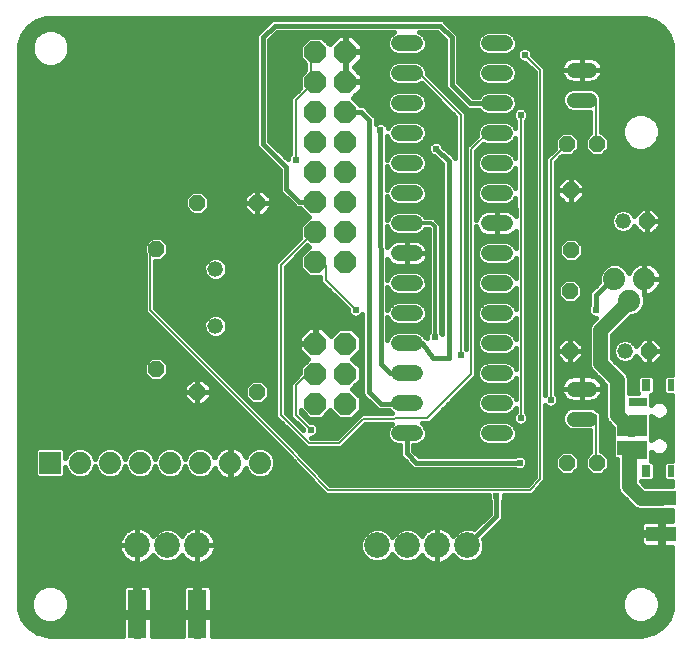
<source format=gtl>
G75*
G70*
%OFA0B0*%
%FSLAX24Y24*%
%IPPOS*%
%LPD*%
%AMOC8*
5,1,8,0,0,1.08239X$1,22.5*
%
%ADD10R,0.0600X0.1600*%
%ADD11OC8,0.0740*%
%ADD12C,0.0860*%
%ADD13C,0.0520*%
%ADD14OC8,0.0520*%
%ADD15C,0.0520*%
%ADD16C,0.0740*%
%ADD17R,0.0740X0.0740*%
%ADD18R,0.1000X0.0500*%
%ADD19R,0.0591X0.0276*%
%ADD20R,0.0236X0.0394*%
%ADD21R,0.0315X0.0394*%
%ADD22C,0.0515*%
%ADD23C,0.0160*%
%ADD24C,0.0238*%
%ADD25C,0.0120*%
%ADD26C,0.0060*%
%ADD27C,0.0500*%
D10*
X004267Y001026D03*
X006267Y001026D03*
D11*
X010204Y008054D03*
X011204Y008054D03*
X011204Y009054D03*
X010204Y009054D03*
X010204Y010054D03*
X011204Y010054D03*
X011204Y012778D03*
X010204Y012778D03*
X010204Y013778D03*
X011204Y013778D03*
X011204Y014778D03*
X010204Y014778D03*
X010204Y015778D03*
X011204Y015778D03*
X011204Y016778D03*
X010204Y016778D03*
X010204Y017778D03*
X011204Y017778D03*
X011204Y018778D03*
X010204Y018778D03*
X010204Y019778D03*
X011204Y019778D03*
D12*
X012267Y003330D03*
X013267Y003330D03*
X014267Y003330D03*
X015267Y003330D03*
X006267Y003330D03*
X005267Y003330D03*
X004267Y003330D03*
D13*
X012987Y007066D02*
X013507Y007066D01*
X013507Y008066D02*
X012987Y008066D01*
X012987Y009066D02*
X013507Y009066D01*
X013507Y010066D02*
X012987Y010066D01*
X012987Y011066D02*
X013507Y011066D01*
X013507Y012066D02*
X012987Y012066D01*
X012987Y013066D02*
X013507Y013066D01*
X013507Y014066D02*
X012987Y014066D01*
X012987Y015066D02*
X013507Y015066D01*
X013507Y016066D02*
X012987Y016066D01*
X012987Y017066D02*
X013507Y017066D01*
X013507Y018066D02*
X012987Y018066D01*
X012987Y019066D02*
X013507Y019066D01*
X013507Y020066D02*
X012987Y020066D01*
X015987Y020066D02*
X016507Y020066D01*
X016507Y019066D02*
X015987Y019066D01*
X015987Y018066D02*
X016507Y018066D01*
X016507Y017066D02*
X015987Y017066D01*
X015987Y016066D02*
X016507Y016066D01*
X016507Y015066D02*
X015987Y015066D01*
X015987Y014066D02*
X016507Y014066D01*
X016507Y013066D02*
X015987Y013066D01*
X015987Y012066D02*
X016507Y012066D01*
X016507Y011066D02*
X015987Y011066D01*
X015987Y010066D02*
X016507Y010066D01*
X016507Y009066D02*
X015987Y009066D01*
X015987Y008066D02*
X016507Y008066D01*
X016507Y007066D02*
X015987Y007066D01*
D14*
X018578Y006086D03*
X019578Y006086D03*
X018684Y009810D03*
X018684Y011810D03*
X018711Y013160D03*
X018711Y015160D03*
X018578Y016715D03*
X019578Y016715D03*
X021257Y014137D03*
X021320Y009806D03*
X008267Y008448D03*
X006267Y008448D03*
X004904Y009204D03*
X004904Y013204D03*
X006267Y014747D03*
X008267Y014747D03*
D15*
X006873Y012547D03*
X006873Y010647D03*
X020520Y009806D03*
X020457Y014137D03*
D16*
X020172Y012219D03*
X020672Y011469D03*
X021172Y012219D03*
X008361Y006086D03*
X007361Y006086D03*
X006361Y006086D03*
X005361Y006086D03*
X004361Y006086D03*
X003361Y006086D03*
X002361Y006086D03*
D17*
X001361Y006086D03*
D18*
X020763Y006582D03*
X020764Y007218D03*
X021724Y004910D03*
X021735Y003718D03*
D19*
X020967Y006351D03*
X020967Y007532D03*
X020967Y008122D03*
D20*
X022050Y008674D03*
X022050Y005800D03*
D21*
X021223Y005800D03*
X021223Y008674D03*
D22*
X019335Y008554D02*
X018820Y008554D01*
X018820Y007554D02*
X019335Y007554D01*
X019335Y018184D02*
X018820Y018184D01*
X018820Y019184D02*
X019335Y019184D01*
D23*
X000433Y000888D02*
X000625Y000625D01*
X000888Y000433D01*
X001198Y000333D01*
X001361Y000320D01*
X003787Y000320D01*
X003787Y000956D01*
X004197Y000956D01*
X004337Y000956D01*
X004337Y000320D01*
X004197Y000320D01*
X004197Y000956D01*
X004197Y001096D01*
X003787Y001096D01*
X003787Y001850D01*
X003800Y001896D01*
X003823Y001937D01*
X003857Y001970D01*
X003898Y001994D01*
X003944Y002006D01*
X004197Y002006D01*
X004197Y001096D01*
X004337Y001096D01*
X004747Y001096D01*
X004747Y001850D01*
X004735Y001896D01*
X004711Y001937D01*
X004678Y001970D01*
X004637Y001994D01*
X004591Y002006D01*
X004337Y002006D01*
X004337Y001096D01*
X004337Y000956D01*
X004747Y000956D01*
X004747Y000320D01*
X005787Y000320D01*
X005787Y000956D01*
X006197Y000956D01*
X006337Y000956D01*
X006337Y000320D01*
X006197Y000320D01*
X006197Y000956D01*
X006197Y001096D01*
X005787Y001096D01*
X005787Y001850D01*
X005800Y001896D01*
X005823Y001937D01*
X005857Y001970D01*
X005898Y001994D01*
X005944Y002006D01*
X006197Y002006D01*
X006197Y001096D01*
X006337Y001096D01*
X006747Y001096D01*
X006747Y001850D01*
X006735Y001896D01*
X006711Y001937D01*
X006678Y001970D01*
X006637Y001994D01*
X006591Y002006D01*
X006337Y002006D01*
X006337Y001096D01*
X006337Y000956D01*
X006747Y000956D01*
X006747Y000320D01*
X021046Y000320D01*
X021209Y000333D01*
X021519Y000433D01*
X021782Y000625D01*
X021974Y000888D01*
X022074Y001198D01*
X022087Y001361D01*
X022087Y003288D01*
X021780Y003288D01*
X021780Y003673D01*
X021690Y003673D01*
X021055Y003673D01*
X021055Y003444D01*
X021067Y003398D01*
X021091Y003357D01*
X021124Y003324D01*
X021166Y003300D01*
X021211Y003288D01*
X021690Y003288D01*
X021690Y003673D01*
X021690Y003763D01*
X021690Y004148D01*
X021211Y004148D01*
X021166Y004136D01*
X021124Y004112D01*
X021091Y004078D01*
X021067Y004037D01*
X021055Y003992D01*
X021055Y003763D01*
X021690Y003763D01*
X021780Y003763D01*
X021780Y004148D01*
X022087Y004148D01*
X022087Y004520D01*
X020963Y004520D01*
X020820Y004579D01*
X020432Y004967D01*
X020322Y005077D01*
X020262Y005221D01*
X020262Y006192D01*
X020205Y006192D01*
X020123Y006274D01*
X020123Y006890D01*
X020134Y006900D01*
X020124Y006910D01*
X020124Y007244D01*
X020038Y007330D01*
X019928Y007439D01*
X019869Y007583D01*
X019869Y008680D01*
X019644Y008904D01*
X019534Y009014D01*
X019523Y009041D01*
X019477Y009087D01*
X019367Y009197D01*
X019308Y009340D01*
X019308Y010572D01*
X019367Y010716D01*
X019572Y010921D01*
X019491Y010921D01*
X019395Y010960D01*
X019323Y011033D01*
X019283Y011128D01*
X019283Y011232D01*
X019322Y011326D01*
X019322Y011771D01*
X019451Y011900D01*
X019664Y012113D01*
X019662Y012118D01*
X019662Y012321D01*
X019740Y012508D01*
X019883Y012652D01*
X020071Y012729D01*
X020274Y012729D01*
X020461Y012652D01*
X020604Y012508D01*
X020651Y012396D01*
X020662Y012430D01*
X020702Y012508D01*
X020753Y012578D01*
X020814Y012639D01*
X020884Y012690D01*
X020961Y012729D01*
X021043Y012756D01*
X021129Y012769D01*
X021172Y012769D01*
X021172Y012219D01*
X021172Y012219D01*
X021172Y011669D01*
X021141Y011669D01*
X021182Y011571D01*
X021182Y011368D01*
X021104Y011180D01*
X020961Y011037D01*
X020774Y010959D01*
X020714Y010959D01*
X020088Y010333D01*
X020088Y009580D01*
X020196Y009472D01*
X020207Y009445D01*
X020589Y009062D01*
X020649Y008919D01*
X020649Y008400D01*
X020944Y008400D01*
X020926Y008419D01*
X020926Y008928D01*
X021008Y009011D01*
X021439Y009011D01*
X021521Y008928D01*
X021521Y008419D01*
X021439Y008337D01*
X021384Y008337D01*
X021403Y008318D01*
X021403Y008022D01*
X021477Y008096D01*
X021593Y008144D01*
X021720Y008144D01*
X021836Y008096D01*
X021925Y008007D01*
X021974Y007890D01*
X021974Y007764D01*
X021925Y007648D01*
X021836Y007558D01*
X021720Y007510D01*
X021593Y007510D01*
X021477Y007558D01*
X021403Y007632D01*
X021403Y007527D01*
X021404Y007526D01*
X021404Y006910D01*
X021393Y006900D01*
X021403Y006890D01*
X021403Y006841D01*
X021477Y006915D01*
X021593Y006963D01*
X021720Y006963D01*
X021836Y006915D01*
X021925Y006826D01*
X021974Y006709D01*
X021974Y006583D01*
X021925Y006466D01*
X021836Y006377D01*
X021720Y006329D01*
X021593Y006329D01*
X021477Y006377D01*
X021403Y006451D01*
X021403Y006274D01*
X021403Y006273D01*
X021403Y006155D01*
X021384Y006136D01*
X021439Y006136D01*
X021521Y006054D01*
X021521Y005545D01*
X021439Y005463D01*
X021042Y005463D01*
X021042Y005460D01*
X021202Y005300D01*
X022087Y005300D01*
X022087Y005463D01*
X021874Y005463D01*
X021792Y005545D01*
X021792Y006054D01*
X021874Y006136D01*
X022087Y006136D01*
X022087Y008337D01*
X021874Y008337D01*
X021792Y008419D01*
X021792Y008928D01*
X021874Y009011D01*
X022087Y009011D01*
X022087Y019865D01*
X022074Y020028D01*
X021974Y020338D01*
X021782Y020601D01*
X021519Y020793D01*
X021209Y020893D01*
X021046Y020906D01*
X001361Y020906D01*
X001198Y020893D01*
X000888Y020793D01*
X000625Y020601D01*
X000433Y020338D01*
X000333Y020028D01*
X000320Y019865D01*
X000320Y001361D01*
X000333Y001198D01*
X000433Y000888D01*
X000432Y000894D02*
X000939Y000894D01*
X001000Y000834D02*
X001232Y000738D01*
X001484Y000738D01*
X001716Y000834D01*
X001894Y001012D01*
X001990Y001244D01*
X001990Y001495D01*
X001894Y001728D01*
X001716Y001906D01*
X001484Y002002D01*
X001232Y002002D01*
X001000Y001906D01*
X000822Y001728D01*
X000726Y001495D01*
X000726Y001244D01*
X000822Y001012D01*
X001000Y000834D01*
X000805Y001053D02*
X000380Y001053D01*
X000332Y001211D02*
X000739Y001211D01*
X000726Y001370D02*
X000320Y001370D01*
X000320Y001528D02*
X000739Y001528D01*
X000805Y001687D02*
X000320Y001687D01*
X000320Y001845D02*
X000939Y001845D01*
X000320Y002004D02*
X003934Y002004D01*
X003787Y001845D02*
X001776Y001845D01*
X001911Y001687D02*
X003787Y001687D01*
X003787Y001528D02*
X001976Y001528D01*
X001990Y001370D02*
X003787Y001370D01*
X003787Y001211D02*
X001976Y001211D01*
X001911Y001053D02*
X004197Y001053D01*
X004337Y001053D02*
X006197Y001053D01*
X006337Y001053D02*
X020490Y001053D01*
X020507Y001012D02*
X020685Y000834D01*
X020917Y000738D01*
X021169Y000738D01*
X021401Y000834D01*
X021579Y001012D01*
X021675Y001244D01*
X021675Y001495D01*
X021579Y001728D01*
X021401Y001906D01*
X021169Y002002D01*
X020917Y002002D01*
X020685Y001906D01*
X020507Y001728D01*
X020411Y001495D01*
X020411Y001244D01*
X020507Y001012D01*
X020624Y000894D02*
X006747Y000894D01*
X006747Y000736D02*
X021863Y000736D01*
X021976Y000894D02*
X021461Y000894D01*
X021596Y001053D02*
X022027Y001053D01*
X022075Y001211D02*
X021661Y001211D01*
X021675Y001370D02*
X022087Y001370D01*
X022087Y001528D02*
X021661Y001528D01*
X021596Y001687D02*
X022087Y001687D01*
X022087Y001845D02*
X021461Y001845D01*
X022087Y002004D02*
X006601Y002004D01*
X006747Y001845D02*
X020624Y001845D01*
X020490Y001687D02*
X006747Y001687D01*
X006747Y001528D02*
X020424Y001528D01*
X020411Y001370D02*
X006747Y001370D01*
X006747Y001211D02*
X020424Y001211D01*
X021473Y000419D02*
X006747Y000419D01*
X006747Y000577D02*
X021717Y000577D01*
X022087Y002162D02*
X000320Y002162D01*
X000320Y002321D02*
X022087Y002321D01*
X022087Y002479D02*
X000320Y002479D01*
X000320Y002638D02*
X022087Y002638D01*
X022087Y002796D02*
X015468Y002796D01*
X015380Y002760D02*
X015589Y002846D01*
X015750Y003007D01*
X015837Y003216D01*
X015837Y003443D01*
X015794Y003546D01*
X016390Y004142D01*
X016454Y004205D01*
X016454Y004206D01*
X016455Y004207D01*
X016455Y004297D01*
X016458Y004813D01*
X016497Y004908D01*
X016497Y005009D01*
X017304Y005009D01*
X017310Y005004D01*
X017374Y005009D01*
X017438Y005009D01*
X017443Y005014D01*
X017450Y005015D01*
X017492Y005063D01*
X017537Y005108D01*
X017537Y005116D01*
X017806Y005430D01*
X017852Y005475D01*
X017852Y005483D01*
X017856Y005488D01*
X017852Y005552D01*
X017851Y008005D01*
X017895Y007960D01*
X017991Y007921D01*
X018094Y007921D01*
X018189Y007960D01*
X018262Y008033D01*
X018301Y008128D01*
X018301Y008232D01*
X018262Y008327D01*
X018212Y008376D01*
X018212Y016110D01*
X018418Y016315D01*
X018743Y016315D01*
X018978Y016550D01*
X018978Y016881D01*
X018743Y017115D01*
X018412Y017115D01*
X018178Y016881D01*
X018178Y016556D01*
X017872Y016250D01*
X017872Y008376D01*
X017851Y008355D01*
X017850Y019184D01*
X017850Y019250D01*
X017850Y019250D01*
X017850Y019250D01*
X017800Y019300D01*
X017439Y019661D01*
X017439Y019732D01*
X017400Y019827D01*
X017327Y019900D01*
X017232Y019939D01*
X017128Y019939D01*
X017033Y019900D01*
X016960Y019827D01*
X016921Y019732D01*
X016921Y019628D01*
X016960Y019533D01*
X017033Y019460D01*
X017128Y019421D01*
X017199Y019421D01*
X017510Y019110D01*
X017512Y005608D01*
X017289Y005349D01*
X010683Y005350D01*
X009350Y006748D01*
X009350Y006750D01*
X009302Y006799D01*
X009254Y006848D01*
X009252Y006848D01*
X004850Y011250D01*
X004850Y012804D01*
X005070Y012804D01*
X005304Y013038D01*
X005304Y013369D01*
X005070Y013604D01*
X004739Y013604D01*
X004504Y013369D01*
X004504Y013233D01*
X004504Y013232D01*
X004504Y013224D01*
X004504Y013038D01*
X004510Y013032D01*
X004510Y011110D01*
X004610Y011010D01*
X009058Y006561D01*
X010440Y005112D01*
X010440Y005110D01*
X010488Y005061D01*
X010535Y005012D01*
X010538Y005012D01*
X010539Y005010D01*
X010608Y005010D01*
X010676Y005008D01*
X010678Y005010D01*
X015979Y005009D01*
X015979Y004908D01*
X016018Y004816D01*
X016015Y004389D01*
X015483Y003857D01*
X015380Y003900D01*
X015153Y003900D01*
X014944Y003813D01*
X014785Y003654D01*
X014732Y003727D01*
X014664Y003795D01*
X014586Y003851D01*
X014501Y003895D01*
X014409Y003925D01*
X014315Y003940D01*
X014267Y003940D01*
X014267Y003330D01*
X014267Y003330D01*
X014267Y003940D01*
X014219Y003940D01*
X014124Y003925D01*
X014032Y003895D01*
X013947Y003851D01*
X013869Y003795D01*
X013801Y003727D01*
X013748Y003654D01*
X013589Y003813D01*
X013380Y003900D01*
X013153Y003900D01*
X012944Y003813D01*
X012783Y003652D01*
X012767Y003612D01*
X012750Y003652D01*
X012589Y003813D01*
X012380Y003900D01*
X012153Y003900D01*
X011944Y003813D01*
X011783Y003652D01*
X011697Y003443D01*
X011697Y003216D01*
X011783Y003007D01*
X011944Y002846D01*
X012153Y002760D01*
X012380Y002760D01*
X012589Y002846D01*
X012750Y003007D01*
X012767Y003047D01*
X012783Y003007D01*
X012944Y002846D01*
X013153Y002760D01*
X013380Y002760D01*
X013589Y002846D01*
X013748Y003005D01*
X013801Y002932D01*
X013869Y002864D01*
X013947Y002808D01*
X014032Y002764D01*
X014124Y002735D01*
X014219Y002720D01*
X014267Y002720D01*
X014315Y002720D01*
X014409Y002735D01*
X014501Y002764D01*
X014586Y002808D01*
X014664Y002864D01*
X014732Y002932D01*
X014785Y003005D01*
X014944Y002846D01*
X015153Y002760D01*
X015380Y002760D01*
X015698Y002955D02*
X022087Y002955D01*
X022087Y003113D02*
X015794Y003113D01*
X015837Y003272D02*
X022087Y003272D01*
X021780Y003430D02*
X021690Y003430D01*
X021690Y003589D02*
X021780Y003589D01*
X021690Y003747D02*
X015995Y003747D01*
X015837Y003589D02*
X021055Y003589D01*
X021059Y003430D02*
X015837Y003430D01*
X015532Y003906D02*
X014467Y003906D01*
X014267Y003906D02*
X014267Y003906D01*
X014267Y003747D02*
X014267Y003747D01*
X014267Y003589D02*
X014267Y003589D01*
X014267Y003430D02*
X014267Y003430D01*
X014267Y003330D02*
X014267Y002720D01*
X014267Y003330D01*
X014267Y003330D01*
X014267Y003272D02*
X014267Y003272D01*
X014267Y003113D02*
X014267Y003113D01*
X014267Y002955D02*
X014267Y002955D01*
X014267Y002796D02*
X014267Y002796D01*
X014563Y002796D02*
X015065Y002796D01*
X014835Y002955D02*
X014748Y002955D01*
X015267Y003330D02*
X016235Y004298D01*
X016238Y004960D01*
X016001Y004857D02*
X000320Y004857D01*
X000320Y005015D02*
X010532Y005015D01*
X010381Y005174D02*
X000320Y005174D01*
X000320Y005332D02*
X010230Y005332D01*
X010079Y005491D02*
X000320Y005491D01*
X000320Y005649D02*
X000859Y005649D01*
X000851Y005658D02*
X000933Y005576D01*
X001789Y005576D01*
X001871Y005658D01*
X001871Y005936D01*
X001929Y005797D01*
X002072Y005653D01*
X002260Y005576D01*
X002463Y005576D01*
X002650Y005653D01*
X002793Y005797D01*
X002861Y005960D01*
X002929Y005797D01*
X003072Y005653D01*
X003260Y005576D01*
X003463Y005576D01*
X003650Y005653D01*
X003793Y005797D01*
X003861Y005960D01*
X003929Y005797D01*
X004072Y005653D01*
X004260Y005576D01*
X004463Y005576D01*
X004650Y005653D01*
X004793Y005797D01*
X004861Y005960D01*
X004929Y005797D01*
X005072Y005653D01*
X005260Y005576D01*
X005463Y005576D01*
X005650Y005653D01*
X005793Y005797D01*
X005861Y005960D01*
X005929Y005797D01*
X006072Y005653D01*
X006260Y005576D01*
X006463Y005576D01*
X006650Y005653D01*
X006793Y005797D01*
X006840Y005909D01*
X006851Y005874D01*
X006891Y005797D01*
X006942Y005727D01*
X007003Y005666D01*
X007073Y005615D01*
X007150Y005576D01*
X007232Y005549D01*
X007318Y005536D01*
X007341Y005536D01*
X007341Y006066D01*
X007381Y006066D01*
X007381Y005536D01*
X007404Y005536D01*
X007490Y005549D01*
X007572Y005576D01*
X007649Y005615D01*
X007719Y005666D01*
X007781Y005727D01*
X007832Y005797D01*
X007871Y005874D01*
X007882Y005909D01*
X007929Y005797D01*
X008072Y005653D01*
X008260Y005576D01*
X008463Y005576D01*
X008650Y005653D01*
X008793Y005797D01*
X008871Y005984D01*
X008871Y006187D01*
X008793Y006374D01*
X008650Y006518D01*
X008463Y006596D01*
X008260Y006596D01*
X008072Y006518D01*
X007929Y006374D01*
X007882Y006262D01*
X007871Y006297D01*
X007832Y006374D01*
X007781Y006444D01*
X007719Y006505D01*
X007649Y006556D01*
X007572Y006595D01*
X007490Y006622D01*
X007404Y006636D01*
X007381Y006636D01*
X007381Y006106D01*
X007341Y006106D01*
X007341Y006636D01*
X007318Y006636D01*
X007232Y006622D01*
X007150Y006595D01*
X007073Y006556D01*
X007003Y006505D01*
X006942Y006444D01*
X006891Y006374D01*
X006851Y006297D01*
X006840Y006262D01*
X006793Y006374D01*
X006650Y006518D01*
X006463Y006596D01*
X006260Y006596D01*
X006072Y006518D01*
X005929Y006374D01*
X005861Y006211D01*
X005793Y006374D01*
X005650Y006518D01*
X005463Y006596D01*
X005260Y006596D01*
X005072Y006518D01*
X004929Y006374D01*
X004861Y006211D01*
X004793Y006374D01*
X004650Y006518D01*
X004463Y006596D01*
X004260Y006596D01*
X004072Y006518D01*
X003929Y006374D01*
X003861Y006211D01*
X003793Y006374D01*
X003650Y006518D01*
X003463Y006596D01*
X003260Y006596D01*
X003072Y006518D01*
X002929Y006374D01*
X002861Y006211D01*
X002793Y006374D01*
X002650Y006518D01*
X002463Y006596D01*
X002260Y006596D01*
X002072Y006518D01*
X001929Y006374D01*
X001871Y006235D01*
X001871Y006514D01*
X001789Y006596D01*
X000933Y006596D01*
X000851Y006514D01*
X000851Y005658D01*
X000851Y005808D02*
X000320Y005808D01*
X000320Y005966D02*
X000851Y005966D01*
X000851Y006125D02*
X000320Y006125D01*
X000320Y006283D02*
X000851Y006283D01*
X000851Y006442D02*
X000320Y006442D01*
X000320Y006600D02*
X007165Y006600D01*
X007341Y006600D02*
X007381Y006600D01*
X007381Y006442D02*
X007341Y006442D01*
X007341Y006283D02*
X007381Y006283D01*
X007381Y006125D02*
X007341Y006125D01*
X007341Y005966D02*
X007381Y005966D01*
X007381Y005808D02*
X007341Y005808D01*
X007341Y005649D02*
X007381Y005649D01*
X007696Y005649D02*
X008082Y005649D01*
X007924Y005808D02*
X007837Y005808D01*
X007875Y006283D02*
X007891Y006283D01*
X007996Y006442D02*
X007782Y006442D01*
X007557Y006600D02*
X009019Y006600D01*
X009172Y006442D02*
X008726Y006442D01*
X008831Y006283D02*
X009323Y006283D01*
X009474Y006125D02*
X008871Y006125D01*
X008864Y005966D02*
X009625Y005966D01*
X009777Y005808D02*
X008798Y005808D01*
X008641Y005649D02*
X009928Y005649D01*
X010246Y005808D02*
X017511Y005808D01*
X017511Y005966D02*
X017239Y005966D01*
X017230Y005943D02*
X017269Y006039D01*
X017269Y006142D01*
X017230Y006237D01*
X017157Y006310D01*
X017062Y006349D01*
X016959Y006349D01*
X016864Y006310D01*
X013649Y006310D01*
X013469Y006490D01*
X013469Y006666D01*
X013586Y006666D01*
X013734Y006727D01*
X013846Y006839D01*
X013907Y006986D01*
X013907Y007145D01*
X013846Y007292D01*
X013744Y007394D01*
X013924Y007395D01*
X013994Y007395D01*
X013994Y007396D01*
X013995Y007396D01*
X014044Y007446D01*
X015506Y008916D01*
X015556Y008965D01*
X015556Y008966D01*
X015556Y009036D01*
X015556Y013974D01*
X015558Y013963D01*
X015579Y013897D01*
X015611Y013835D01*
X015651Y013779D01*
X015700Y013730D01*
X015756Y013690D01*
X015818Y013658D01*
X015884Y013637D01*
X015952Y013626D01*
X016247Y013626D01*
X016542Y013626D01*
X016610Y013637D01*
X016676Y013658D01*
X016738Y013690D01*
X016794Y013730D01*
X016843Y013779D01*
X016874Y013822D01*
X016874Y013225D01*
X016846Y013292D01*
X016734Y013405D01*
X016586Y013466D01*
X015907Y013466D01*
X015760Y013405D01*
X015648Y013292D01*
X015587Y013145D01*
X015587Y012986D01*
X015648Y012839D01*
X015760Y012727D01*
X015907Y012666D01*
X016586Y012666D01*
X016734Y012727D01*
X016846Y012839D01*
X016874Y012907D01*
X016874Y012224D01*
X016846Y012292D01*
X016734Y012405D01*
X016586Y012466D01*
X015907Y012466D01*
X015760Y012405D01*
X015648Y012292D01*
X015587Y012145D01*
X015587Y011986D01*
X015648Y011839D01*
X015760Y011727D01*
X015907Y011666D01*
X016586Y011666D01*
X016734Y011727D01*
X016846Y011839D01*
X016874Y011908D01*
X016875Y011223D01*
X016846Y011292D01*
X016734Y011405D01*
X016586Y011466D01*
X015907Y011466D01*
X015760Y011405D01*
X015648Y011292D01*
X015587Y011145D01*
X015587Y010986D01*
X015648Y010839D01*
X015760Y010727D01*
X015907Y010666D01*
X016586Y010666D01*
X016734Y010727D01*
X016846Y010839D01*
X016875Y010909D01*
X016875Y010222D01*
X016846Y010292D01*
X016734Y010405D01*
X016586Y010466D01*
X015907Y010466D01*
X015760Y010405D01*
X015648Y010292D01*
X015587Y010145D01*
X015587Y009986D01*
X015648Y009839D01*
X015760Y009727D01*
X015907Y009666D01*
X016586Y009666D01*
X016734Y009727D01*
X016846Y009839D01*
X016875Y009910D01*
X016876Y009221D01*
X016846Y009292D01*
X016734Y009405D01*
X016586Y009466D01*
X015907Y009466D01*
X015760Y009405D01*
X015648Y009292D01*
X015587Y009145D01*
X015587Y008986D01*
X015648Y008839D01*
X015760Y008727D01*
X015907Y008666D01*
X016586Y008666D01*
X016734Y008727D01*
X016846Y008839D01*
X016876Y008911D01*
X016876Y008220D01*
X016846Y008292D01*
X016734Y008405D01*
X016586Y008466D01*
X015907Y008466D01*
X015760Y008405D01*
X015648Y008292D01*
X015587Y008145D01*
X015587Y007986D01*
X015648Y007839D01*
X015760Y007727D01*
X015907Y007666D01*
X016586Y007666D01*
X016734Y007727D01*
X016846Y007839D01*
X016876Y007912D01*
X016876Y007773D01*
X016827Y007724D01*
X016787Y007629D01*
X016787Y007525D01*
X016827Y007430D01*
X016899Y007357D01*
X016995Y007318D01*
X017098Y007318D01*
X017193Y007357D01*
X017266Y007430D01*
X017305Y007525D01*
X017305Y007629D01*
X017266Y007724D01*
X017216Y007773D01*
X017212Y017484D01*
X017262Y017533D01*
X017301Y017628D01*
X017301Y017732D01*
X017262Y017827D01*
X017189Y017900D01*
X017094Y017939D01*
X016991Y017939D01*
X016895Y017900D01*
X016854Y017858D01*
X016907Y017986D01*
X016907Y018145D01*
X016846Y018292D01*
X016734Y018405D01*
X016586Y018466D01*
X015907Y018466D01*
X015760Y018405D01*
X015648Y018292D01*
X015645Y018286D01*
X015456Y018286D01*
X014967Y018775D01*
X014967Y020350D01*
X014573Y020744D01*
X014444Y020872D01*
X008750Y020872D01*
X008357Y020479D01*
X008228Y020350D01*
X008228Y016624D01*
X009015Y015837D01*
X009015Y015123D01*
X009442Y014696D01*
X009571Y014567D01*
X009694Y014567D01*
X009982Y014278D01*
X009694Y013990D01*
X009694Y013572D01*
X008872Y012750D01*
X008872Y007610D01*
X008972Y007510D01*
X009422Y007060D01*
X009810Y006670D01*
X009860Y006620D01*
X009909Y006570D01*
X009909Y006570D01*
X009909Y006570D01*
X009980Y006570D01*
X010050Y006570D01*
X010050Y006570D01*
X010924Y006569D01*
X010925Y006568D01*
X010995Y006569D01*
X011065Y006569D01*
X011066Y006569D01*
X011115Y006619D01*
X011164Y006668D01*
X011164Y006669D01*
X011871Y007384D01*
X012744Y007389D01*
X012648Y007292D01*
X012587Y007145D01*
X012587Y006986D01*
X012648Y006839D01*
X012760Y006727D01*
X012907Y006666D01*
X013029Y006666D01*
X013029Y006308D01*
X013158Y006179D01*
X013467Y005870D01*
X016864Y005870D01*
X016959Y005831D01*
X017062Y005831D01*
X017157Y005871D01*
X017230Y005943D01*
X017269Y006125D02*
X017511Y006125D01*
X017511Y006283D02*
X017183Y006283D01*
X017010Y006090D02*
X013558Y006090D01*
X013249Y006399D01*
X013249Y007063D01*
X013247Y007066D01*
X013029Y006600D02*
X011096Y006600D01*
X011065Y006569D02*
X011065Y006569D01*
X011253Y006759D02*
X012728Y006759D01*
X012616Y006917D02*
X011410Y006917D01*
X011566Y007076D02*
X012587Y007076D01*
X012624Y007234D02*
X011723Y007234D01*
X011558Y007551D02*
X011422Y007551D01*
X011415Y007544D02*
X011714Y007843D01*
X011714Y008265D01*
X011425Y008554D01*
X011714Y008843D01*
X011714Y009265D01*
X011425Y009554D01*
X011714Y009843D01*
X011714Y010265D01*
X011415Y010564D01*
X010992Y010564D01*
X010732Y010304D01*
X010431Y010604D01*
X010224Y010604D01*
X010224Y010074D01*
X010184Y010074D01*
X010184Y010604D01*
X009976Y010604D01*
X009654Y010282D01*
X009654Y010074D01*
X010184Y010074D01*
X010184Y010034D01*
X009654Y010034D01*
X009654Y009826D01*
X009954Y009526D01*
X009694Y009265D01*
X009694Y009062D01*
X009474Y008850D01*
X009472Y008850D01*
X009423Y008801D01*
X009374Y008754D01*
X009374Y008752D01*
X009372Y008750D01*
X009372Y008682D01*
X009371Y008613D01*
X009372Y008611D01*
X009372Y007610D01*
X009472Y007510D01*
X009783Y007199D01*
X009783Y007179D01*
X009712Y007250D01*
X009712Y007250D01*
X009663Y007300D01*
X009613Y007350D01*
X009613Y007350D01*
X009212Y007750D01*
X009212Y012610D01*
X009932Y013329D01*
X009982Y013278D01*
X009694Y012990D01*
X009694Y012567D01*
X009992Y012268D01*
X010372Y012268D01*
X010372Y012110D01*
X010472Y012010D01*
X011283Y011199D01*
X011283Y011128D01*
X011323Y011033D01*
X011395Y010960D01*
X011491Y010921D01*
X011594Y010921D01*
X011689Y010960D01*
X011762Y011033D01*
X011771Y011055D01*
X011771Y008349D01*
X012162Y007958D01*
X012291Y007829D01*
X012658Y007829D01*
X012758Y007729D01*
X011869Y007724D01*
X011797Y007724D01*
X011729Y007723D01*
X011729Y007723D01*
X011729Y007723D01*
X011679Y007673D01*
X011630Y007623D01*
X010923Y006909D01*
X010051Y006910D01*
X010040Y006921D01*
X010094Y006921D01*
X010189Y006960D01*
X010262Y007033D01*
X010301Y007128D01*
X010301Y007232D01*
X010262Y007327D01*
X010189Y007400D01*
X010094Y007439D01*
X010024Y007439D01*
X009712Y007750D01*
X009712Y007824D01*
X009992Y007544D01*
X010415Y007544D01*
X010704Y007833D01*
X010992Y007544D01*
X011415Y007544D01*
X011402Y007393D02*
X010196Y007393D01*
X010300Y007234D02*
X011245Y007234D01*
X011088Y007076D02*
X010279Y007076D01*
X010044Y006917D02*
X010932Y006917D01*
X010985Y007551D02*
X010422Y007551D01*
X010581Y007710D02*
X010827Y007710D01*
X011581Y007710D02*
X011715Y007710D01*
X011630Y007623D02*
X011630Y007623D01*
X011869Y007724D02*
X011869Y007724D01*
X011714Y007868D02*
X012252Y007868D01*
X012382Y008049D02*
X013230Y008049D01*
X013247Y008066D01*
X012382Y008049D02*
X011991Y008440D01*
X011991Y017503D01*
X011715Y017778D01*
X011204Y017778D01*
X011533Y018171D02*
X012597Y018171D01*
X012587Y018145D02*
X012587Y017986D01*
X012648Y017839D01*
X012760Y017727D01*
X012907Y017666D01*
X013586Y017666D01*
X013734Y017727D01*
X013846Y017839D01*
X013907Y017986D01*
X013907Y018145D01*
X013846Y018292D01*
X013734Y018405D01*
X013586Y018466D01*
X012907Y018466D01*
X012760Y018405D01*
X012648Y018292D01*
X012587Y018145D01*
X012587Y018012D02*
X011691Y018012D01*
X011705Y017998D02*
X011453Y018250D01*
X011754Y018551D01*
X011754Y018758D01*
X011224Y018758D01*
X011224Y018798D01*
X011754Y018798D01*
X011754Y019006D01*
X011481Y019278D01*
X011754Y019551D01*
X011754Y019758D01*
X011224Y019758D01*
X011224Y019228D01*
X011224Y018798D01*
X011184Y018798D01*
X011184Y019758D01*
X011224Y019758D01*
X011224Y019798D01*
X011754Y019798D01*
X011754Y020006D01*
X011431Y020328D01*
X011224Y020328D01*
X011224Y019798D01*
X011184Y019798D01*
X011184Y020328D01*
X010976Y020328D01*
X010675Y020028D01*
X010415Y020288D01*
X009992Y020288D01*
X009694Y019990D01*
X009694Y019567D01*
X009872Y019389D01*
X009872Y019168D01*
X009694Y018990D01*
X009694Y018572D01*
X009472Y018350D01*
X009372Y018250D01*
X009372Y016376D01*
X009323Y016327D01*
X009283Y016232D01*
X009283Y016191D01*
X008668Y016807D01*
X008668Y020168D01*
X008933Y020432D01*
X012827Y020432D01*
X012760Y020405D01*
X012648Y020292D01*
X012587Y020145D01*
X012587Y019986D01*
X012648Y019839D01*
X012760Y019727D01*
X012907Y019666D01*
X013586Y019666D01*
X013734Y019727D01*
X013846Y019839D01*
X013907Y019986D01*
X013907Y020145D01*
X013846Y020292D01*
X013734Y020405D01*
X013667Y020432D01*
X014262Y020432D01*
X014527Y020168D01*
X014527Y018593D01*
X014656Y018464D01*
X015274Y017846D01*
X015645Y017846D01*
X015648Y017839D01*
X015760Y017727D01*
X015907Y017666D01*
X016586Y017666D01*
X016734Y017727D01*
X016815Y017808D01*
X016783Y017732D01*
X016783Y017628D01*
X016823Y017533D01*
X016872Y017484D01*
X016872Y017229D01*
X016846Y017292D01*
X016734Y017405D01*
X016586Y017466D01*
X015907Y017466D01*
X015760Y017405D01*
X015648Y017292D01*
X015587Y017145D01*
X015587Y016986D01*
X015591Y016976D01*
X015317Y016706D01*
X015316Y016706D01*
X015266Y016657D01*
X015217Y016608D01*
X015217Y016607D01*
X015216Y016606D01*
X015216Y016537D01*
X015215Y016467D01*
X015216Y016466D01*
X015216Y009873D01*
X015212Y009876D01*
X015212Y017750D01*
X015113Y017850D01*
X013907Y019056D01*
X013907Y019145D01*
X013846Y019292D01*
X013734Y019405D01*
X013586Y019466D01*
X012907Y019466D01*
X012760Y019405D01*
X012648Y019292D01*
X012587Y019145D01*
X012587Y018986D01*
X012648Y018839D01*
X012760Y018727D01*
X012907Y018666D01*
X013586Y018666D01*
X013734Y018727D01*
X013744Y018738D01*
X014872Y017610D01*
X014872Y016231D01*
X014871Y016233D01*
X014871Y016236D01*
X014807Y016297D01*
X014745Y016359D01*
X014741Y016359D01*
X014473Y016612D01*
X014438Y016697D01*
X014365Y016770D01*
X014270Y016809D01*
X014167Y016809D01*
X014072Y016770D01*
X013999Y016697D01*
X013960Y016602D01*
X013960Y016499D01*
X013999Y016403D01*
X014072Y016331D01*
X014167Y016291D01*
X014172Y016291D01*
X014433Y016045D01*
X014423Y010363D01*
X014401Y010417D01*
X014381Y010437D01*
X014381Y014041D01*
X014273Y014149D01*
X014156Y014266D01*
X013857Y014266D01*
X013846Y014292D01*
X013734Y014405D01*
X013586Y014466D01*
X012907Y014466D01*
X012760Y014405D01*
X012648Y014292D01*
X012596Y014168D01*
X012595Y014967D01*
X012648Y014839D01*
X012760Y014727D01*
X012907Y014666D01*
X013586Y014666D01*
X013734Y014727D01*
X013846Y014839D01*
X013907Y014986D01*
X013907Y015145D01*
X013846Y015292D01*
X013734Y015405D01*
X013586Y015466D01*
X012907Y015466D01*
X012760Y015405D01*
X012648Y015292D01*
X012595Y015164D01*
X012593Y015971D01*
X012648Y015839D01*
X012760Y015727D01*
X012907Y015666D01*
X013586Y015666D01*
X013734Y015727D01*
X013846Y015839D01*
X013907Y015986D01*
X013907Y016145D01*
X013846Y016292D01*
X013734Y016405D01*
X013586Y016466D01*
X012907Y016466D01*
X012760Y016405D01*
X012648Y016292D01*
X012593Y016160D01*
X012591Y016975D01*
X012648Y016839D01*
X012760Y016727D01*
X012907Y016666D01*
X013586Y016666D01*
X013734Y016727D01*
X013846Y016839D01*
X013907Y016986D01*
X013907Y017145D01*
X013846Y017292D01*
X013734Y017405D01*
X013586Y017466D01*
X012907Y017466D01*
X012760Y017405D01*
X012648Y017292D01*
X012626Y017240D01*
X012591Y017325D01*
X012518Y017398D01*
X012423Y017437D01*
X012320Y017437D01*
X012224Y017398D01*
X012211Y017385D01*
X012211Y017594D01*
X012082Y017723D01*
X011807Y017998D01*
X011705Y017998D01*
X011951Y017854D02*
X012642Y017854D01*
X012836Y017695D02*
X012110Y017695D01*
X012211Y017537D02*
X014872Y017537D01*
X014872Y017378D02*
X013760Y017378D01*
X013876Y017220D02*
X014872Y017220D01*
X014872Y017061D02*
X013907Y017061D01*
X013872Y016903D02*
X014872Y016903D01*
X014872Y016744D02*
X014391Y016744D01*
X014501Y016586D02*
X014872Y016586D01*
X014872Y016427D02*
X014669Y016427D01*
X014837Y016269D02*
X014872Y016269D01*
X014654Y016139D02*
X014641Y009564D01*
X014131Y009564D01*
X013770Y010064D01*
X013249Y010064D01*
X013247Y010066D01*
X013586Y010466D02*
X012907Y010466D01*
X012760Y010405D01*
X012648Y010292D01*
X012603Y010185D01*
X012602Y010950D01*
X012648Y010839D01*
X012760Y010727D01*
X012907Y010666D01*
X013586Y010666D01*
X013734Y010727D01*
X013846Y010839D01*
X013907Y010986D01*
X013907Y011145D01*
X013846Y011292D01*
X013734Y011405D01*
X013586Y011466D01*
X012907Y011466D01*
X012760Y011405D01*
X012648Y011292D01*
X012602Y011181D01*
X012600Y011954D01*
X012648Y011839D01*
X012760Y011727D01*
X012907Y011666D01*
X013586Y011666D01*
X013734Y011727D01*
X013846Y011839D01*
X013907Y011986D01*
X013907Y012145D01*
X013846Y012292D01*
X013734Y012405D01*
X013586Y012466D01*
X012907Y012466D01*
X012760Y012405D01*
X012648Y012292D01*
X012600Y012177D01*
X012599Y012859D01*
X012611Y012835D01*
X012651Y012779D01*
X012700Y012730D01*
X012756Y012690D01*
X012818Y012658D01*
X012884Y012637D01*
X012952Y012626D01*
X013247Y012626D01*
X013542Y012626D01*
X013610Y012637D01*
X013676Y012658D01*
X013738Y012690D01*
X013794Y012730D01*
X013843Y012779D01*
X013883Y012835D01*
X013915Y012897D01*
X013936Y012963D01*
X013947Y013031D01*
X013947Y013066D01*
X013947Y013100D01*
X013936Y013169D01*
X013915Y013235D01*
X013883Y013296D01*
X013843Y013352D01*
X013794Y013401D01*
X013738Y013442D01*
X013676Y013474D01*
X013610Y013495D01*
X013542Y013506D01*
X013247Y013506D01*
X013247Y013066D01*
X013247Y013066D01*
X013247Y013506D01*
X012952Y013506D01*
X012884Y013495D01*
X012818Y013474D01*
X012756Y013442D01*
X012700Y013401D01*
X012651Y013352D01*
X012611Y013296D01*
X012598Y013272D01*
X012597Y013963D01*
X012648Y013839D01*
X012760Y013727D01*
X012907Y013666D01*
X013586Y013666D01*
X013734Y013727D01*
X013846Y013839D01*
X013857Y013866D01*
X013981Y013866D01*
X013981Y010437D01*
X013961Y010417D01*
X013922Y010322D01*
X013922Y010229D01*
X013895Y010267D01*
X013875Y010270D01*
X013861Y010284D01*
X013849Y010284D01*
X013846Y010292D01*
X013734Y010405D01*
X013586Y010466D01*
X013734Y010404D02*
X013956Y010404D01*
X013981Y010563D02*
X012603Y010563D01*
X012602Y010721D02*
X012774Y010721D01*
X012631Y010880D02*
X012602Y010880D01*
X012602Y011197D02*
X012608Y011197D01*
X012601Y011355D02*
X012711Y011355D01*
X012601Y011514D02*
X013981Y011514D01*
X013981Y011672D02*
X013602Y011672D01*
X013838Y011831D02*
X013981Y011831D01*
X013981Y011989D02*
X013907Y011989D01*
X013906Y012148D02*
X013981Y012148D01*
X013981Y012306D02*
X013832Y012306D01*
X013981Y012465D02*
X013589Y012465D01*
X013247Y012626D02*
X013247Y013066D01*
X013947Y013066D01*
X013247Y013066D01*
X013247Y013066D01*
X013247Y013066D01*
X013247Y012626D01*
X013247Y012782D02*
X013247Y012782D01*
X013247Y012940D02*
X013247Y012940D01*
X013247Y013099D02*
X013247Y013099D01*
X013247Y013257D02*
X013247Y013257D01*
X013247Y013416D02*
X013247Y013416D01*
X012720Y013416D02*
X012598Y013416D01*
X012597Y013574D02*
X013981Y013574D01*
X013981Y013416D02*
X013774Y013416D01*
X013903Y013257D02*
X013981Y013257D01*
X013981Y013099D02*
X013947Y013099D01*
X013929Y012940D02*
X013981Y012940D01*
X013981Y012782D02*
X013844Y012782D01*
X013981Y012623D02*
X012599Y012623D01*
X012599Y012465D02*
X012905Y012465D01*
X012662Y012306D02*
X012600Y012306D01*
X012600Y011831D02*
X012656Y011831D01*
X012601Y011672D02*
X012892Y011672D01*
X013783Y011355D02*
X013981Y011355D01*
X013981Y011197D02*
X013886Y011197D01*
X013907Y011038D02*
X013981Y011038D01*
X013981Y010880D02*
X013863Y010880D01*
X013981Y010721D02*
X013720Y010721D01*
X013910Y010246D02*
X013922Y010246D01*
X014406Y010404D02*
X014423Y010404D01*
X014423Y010563D02*
X014381Y010563D01*
X014381Y010721D02*
X014424Y010721D01*
X014424Y010880D02*
X014381Y010880D01*
X014381Y011038D02*
X014424Y011038D01*
X014424Y011197D02*
X014381Y011197D01*
X014381Y011355D02*
X014425Y011355D01*
X014425Y011514D02*
X014381Y011514D01*
X014381Y011672D02*
X014425Y011672D01*
X014426Y011831D02*
X014381Y011831D01*
X014381Y011989D02*
X014426Y011989D01*
X014426Y012148D02*
X014381Y012148D01*
X014381Y012306D02*
X014427Y012306D01*
X014427Y012465D02*
X014381Y012465D01*
X014381Y012623D02*
X014427Y012623D01*
X014427Y012782D02*
X014381Y012782D01*
X014381Y012940D02*
X014428Y012940D01*
X014428Y013099D02*
X014381Y013099D01*
X014381Y013257D02*
X014428Y013257D01*
X014429Y013416D02*
X014381Y013416D01*
X014381Y013574D02*
X014429Y013574D01*
X014429Y013733D02*
X014381Y013733D01*
X014381Y013891D02*
X014429Y013891D01*
X014430Y014050D02*
X014372Y014050D01*
X014430Y014208D02*
X014213Y014208D01*
X014430Y014367D02*
X013772Y014367D01*
X013630Y014684D02*
X014431Y014684D01*
X014431Y014842D02*
X013847Y014842D01*
X013907Y015001D02*
X014431Y015001D01*
X014432Y015159D02*
X013901Y015159D01*
X013821Y015318D02*
X014432Y015318D01*
X014432Y015476D02*
X012594Y015476D01*
X012594Y015318D02*
X012673Y015318D01*
X012594Y015635D02*
X014433Y015635D01*
X014433Y015793D02*
X013800Y015793D01*
X013893Y015952D02*
X014433Y015952D01*
X014364Y016110D02*
X013907Y016110D01*
X013856Y016269D02*
X014196Y016269D01*
X013989Y016427D02*
X013680Y016427D01*
X013751Y016744D02*
X014046Y016744D01*
X013960Y016586D02*
X012592Y016586D01*
X012592Y016744D02*
X012743Y016744D01*
X012622Y016903D02*
X012592Y016903D01*
X012371Y017178D02*
X012385Y009367D01*
X012695Y009057D01*
X013238Y009057D01*
X013247Y009066D01*
X012093Y008027D02*
X011714Y008027D01*
X011714Y008185D02*
X011935Y008185D01*
X011776Y008344D02*
X011635Y008344D01*
X011771Y008502D02*
X011477Y008502D01*
X011532Y008661D02*
X011771Y008661D01*
X011771Y008819D02*
X011690Y008819D01*
X011714Y008978D02*
X011771Y008978D01*
X011771Y009136D02*
X011714Y009136D01*
X011684Y009295D02*
X011771Y009295D01*
X011771Y009453D02*
X011526Y009453D01*
X011483Y009612D02*
X011771Y009612D01*
X011771Y009770D02*
X011641Y009770D01*
X011714Y009929D02*
X011771Y009929D01*
X011771Y010087D02*
X011714Y010087D01*
X011714Y010246D02*
X011771Y010246D01*
X011771Y010404D02*
X011575Y010404D01*
X011416Y010563D02*
X011771Y010563D01*
X011771Y010721D02*
X009212Y010721D01*
X009212Y010563D02*
X009935Y010563D01*
X009776Y010404D02*
X009212Y010404D01*
X009212Y010246D02*
X009654Y010246D01*
X009654Y010087D02*
X009212Y010087D01*
X009212Y009929D02*
X009654Y009929D01*
X009710Y009770D02*
X009212Y009770D01*
X009212Y009612D02*
X009868Y009612D01*
X009882Y009453D02*
X009212Y009453D01*
X009212Y009295D02*
X009723Y009295D01*
X009694Y009136D02*
X009212Y009136D01*
X009212Y008978D02*
X009606Y008978D01*
X009441Y008819D02*
X009212Y008819D01*
X009212Y008661D02*
X009372Y008661D01*
X009372Y008502D02*
X009212Y008502D01*
X009212Y008344D02*
X009372Y008344D01*
X009372Y008185D02*
X009212Y008185D01*
X009212Y008027D02*
X009372Y008027D01*
X009372Y007868D02*
X009212Y007868D01*
X009253Y007710D02*
X009372Y007710D01*
X009411Y007551D02*
X009431Y007551D01*
X009570Y007393D02*
X009589Y007393D01*
X009728Y007234D02*
X009748Y007234D01*
X009911Y007551D02*
X009985Y007551D01*
X009827Y007710D02*
X009753Y007710D01*
X009248Y007234D02*
X008866Y007234D01*
X009025Y007076D02*
X009406Y007076D01*
X009564Y006917D02*
X009183Y006917D01*
X009342Y006759D02*
X009722Y006759D01*
X009810Y006670D02*
X009810Y006670D01*
X009879Y006600D02*
X009491Y006600D01*
X009642Y006442D02*
X013029Y006442D01*
X013054Y006283D02*
X009793Y006283D01*
X009944Y006125D02*
X013212Y006125D01*
X013371Y005966D02*
X010095Y005966D01*
X010397Y005649D02*
X017512Y005649D01*
X017411Y005491D02*
X010548Y005491D01*
X008861Y006759D02*
X000320Y006759D01*
X000320Y006917D02*
X008702Y006917D01*
X008544Y007076D02*
X000320Y007076D01*
X000320Y007234D02*
X008385Y007234D01*
X008227Y007393D02*
X000320Y007393D01*
X000320Y007551D02*
X008068Y007551D01*
X007910Y007710D02*
X000320Y007710D01*
X000320Y007868D02*
X007751Y007868D01*
X007593Y008027D02*
X006468Y008027D01*
X006449Y008008D02*
X006707Y008265D01*
X006707Y008448D01*
X006707Y008630D01*
X006449Y008888D01*
X006267Y008888D01*
X006267Y008448D01*
X006707Y008448D01*
X006267Y008448D01*
X006267Y008448D01*
X006267Y008448D01*
X006267Y008888D01*
X006084Y008888D01*
X005827Y008630D01*
X005827Y008448D01*
X006267Y008448D01*
X006267Y008008D01*
X006449Y008008D01*
X006267Y008008D02*
X006267Y008448D01*
X006267Y008448D01*
X006267Y008448D01*
X005827Y008448D01*
X005827Y008265D01*
X006084Y008008D01*
X006267Y008008D01*
X006267Y008027D02*
X006267Y008027D01*
X006267Y008185D02*
X006267Y008185D01*
X006267Y008344D02*
X006267Y008344D01*
X006267Y008502D02*
X006267Y008502D01*
X006267Y008661D02*
X006267Y008661D01*
X006267Y008819D02*
X006267Y008819D01*
X006517Y008819D02*
X006800Y008819D01*
X006676Y008661D02*
X006959Y008661D01*
X007117Y008502D02*
X006707Y008502D01*
X006707Y008344D02*
X007276Y008344D01*
X007434Y008185D02*
X006626Y008185D01*
X006065Y008027D02*
X000320Y008027D01*
X000320Y008185D02*
X005907Y008185D01*
X005827Y008344D02*
X000320Y008344D01*
X000320Y008502D02*
X005827Y008502D01*
X005857Y008661D02*
X000320Y008661D01*
X000320Y008819D02*
X004723Y008819D01*
X004739Y008804D02*
X005070Y008804D01*
X005304Y009038D01*
X005304Y009369D01*
X005070Y009604D01*
X004739Y009604D01*
X004504Y009369D01*
X004504Y009038D01*
X004739Y008804D01*
X004565Y008978D02*
X000320Y008978D01*
X000320Y009136D02*
X004504Y009136D01*
X004504Y009295D02*
X000320Y009295D01*
X000320Y009453D02*
X004588Y009453D01*
X005220Y009453D02*
X006166Y009453D01*
X006008Y009612D02*
X000320Y009612D01*
X000320Y009770D02*
X005849Y009770D01*
X005691Y009929D02*
X000320Y009929D01*
X000320Y010087D02*
X005532Y010087D01*
X005374Y010246D02*
X000320Y010246D01*
X000320Y010404D02*
X005215Y010404D01*
X005057Y010563D02*
X000320Y010563D01*
X000320Y010721D02*
X004898Y010721D01*
X004740Y010880D02*
X000320Y010880D01*
X000320Y011038D02*
X004581Y011038D01*
X004510Y011197D02*
X000320Y011197D01*
X000320Y011355D02*
X004510Y011355D01*
X004510Y011514D02*
X000320Y011514D01*
X000320Y011672D02*
X004510Y011672D01*
X004510Y011831D02*
X000320Y011831D01*
X000320Y011989D02*
X004510Y011989D01*
X004510Y012148D02*
X000320Y012148D01*
X000320Y012306D02*
X004510Y012306D01*
X004510Y012465D02*
X000320Y012465D01*
X000320Y012623D02*
X004510Y012623D01*
X004510Y012782D02*
X000320Y012782D01*
X000320Y012940D02*
X004510Y012940D01*
X004504Y013099D02*
X000320Y013099D01*
X000320Y013257D02*
X004504Y013257D01*
X004551Y013416D02*
X000320Y013416D01*
X000320Y013574D02*
X004709Y013574D01*
X005099Y013574D02*
X009694Y013574D01*
X009694Y013733D02*
X000320Y013733D01*
X000320Y013891D02*
X009694Y013891D01*
X009754Y014050D02*
X000320Y014050D01*
X000320Y014208D02*
X009912Y014208D01*
X009894Y014367D02*
X008509Y014367D01*
X008449Y014307D02*
X008707Y014565D01*
X008707Y014747D01*
X008707Y014929D01*
X008449Y015187D01*
X008267Y015187D01*
X008267Y014747D01*
X008707Y014747D01*
X008267Y014747D01*
X008267Y014747D01*
X008267Y014747D01*
X008267Y014307D01*
X008449Y014307D01*
X008267Y014307D02*
X008267Y014747D01*
X008267Y014747D01*
X008267Y015187D01*
X008084Y015187D01*
X007827Y014929D01*
X007827Y014747D01*
X008267Y014747D01*
X008267Y014747D01*
X007827Y014747D01*
X007827Y014565D01*
X008084Y014307D01*
X008267Y014307D01*
X008267Y014367D02*
X008267Y014367D01*
X008267Y014525D02*
X008267Y014525D01*
X008267Y014684D02*
X008267Y014684D01*
X008267Y014842D02*
X008267Y014842D01*
X008267Y015001D02*
X008267Y015001D01*
X008267Y015159D02*
X008267Y015159D01*
X008477Y015159D02*
X009015Y015159D01*
X009015Y015318D02*
X000320Y015318D01*
X000320Y015476D02*
X009015Y015476D01*
X009015Y015635D02*
X000320Y015635D01*
X000320Y015793D02*
X009015Y015793D01*
X008900Y015952D02*
X000320Y015952D01*
X000320Y016110D02*
X008742Y016110D01*
X008583Y016269D02*
X000320Y016269D01*
X000320Y016427D02*
X008425Y016427D01*
X008266Y016586D02*
X000320Y016586D01*
X000320Y016744D02*
X008228Y016744D01*
X008228Y016903D02*
X000320Y016903D01*
X000320Y017061D02*
X008228Y017061D01*
X008228Y017220D02*
X000320Y017220D01*
X000320Y017378D02*
X008228Y017378D01*
X008228Y017537D02*
X000320Y017537D01*
X000320Y017695D02*
X008228Y017695D01*
X008228Y017854D02*
X000320Y017854D01*
X000320Y018012D02*
X008228Y018012D01*
X008228Y018171D02*
X000320Y018171D01*
X000320Y018329D02*
X008228Y018329D01*
X008228Y018488D02*
X000320Y018488D01*
X000320Y018646D02*
X008228Y018646D01*
X008228Y018805D02*
X000320Y018805D01*
X000320Y018963D02*
X008228Y018963D01*
X008228Y019122D02*
X000320Y019122D01*
X000320Y019280D02*
X008228Y019280D01*
X008228Y019439D02*
X001790Y019439D01*
X001730Y019379D02*
X001908Y019557D01*
X002004Y019790D01*
X002004Y020041D01*
X001908Y020273D01*
X001730Y020451D01*
X001498Y020547D01*
X001247Y020547D01*
X001014Y020451D01*
X000836Y020273D01*
X000740Y020041D01*
X000740Y019790D01*
X000836Y019557D01*
X001014Y019379D01*
X001247Y019283D01*
X001498Y019283D01*
X001730Y019379D01*
X001925Y019597D02*
X008228Y019597D01*
X008228Y019756D02*
X001990Y019756D01*
X002004Y019914D02*
X008228Y019914D01*
X008228Y020073D02*
X001991Y020073D01*
X001926Y020231D02*
X008228Y020231D01*
X008268Y020390D02*
X001792Y020390D01*
X001112Y020865D02*
X008743Y020865D01*
X008585Y020707D02*
X000770Y020707D01*
X000586Y020548D02*
X008426Y020548D01*
X008448Y020259D02*
X008448Y016715D01*
X009235Y015928D01*
X009235Y015214D01*
X009662Y014787D01*
X010195Y014787D01*
X010204Y014778D01*
X009736Y014525D02*
X008667Y014525D01*
X008707Y014684D02*
X009454Y014684D01*
X009296Y014842D02*
X008707Y014842D01*
X008635Y015001D02*
X009137Y015001D01*
X008057Y015159D02*
X000320Y015159D01*
X000320Y015001D02*
X005955Y015001D01*
X005867Y014913D02*
X006101Y015147D01*
X006432Y015147D01*
X006667Y014913D01*
X006667Y014581D01*
X006432Y014347D01*
X006101Y014347D01*
X005867Y014581D01*
X005867Y014913D01*
X005867Y014842D02*
X000320Y014842D01*
X000320Y014684D02*
X005867Y014684D01*
X005923Y014525D02*
X000320Y014525D01*
X000320Y014367D02*
X006081Y014367D01*
X006452Y014367D02*
X008025Y014367D01*
X007866Y014525D02*
X006611Y014525D01*
X006667Y014684D02*
X007827Y014684D01*
X007827Y014842D02*
X006667Y014842D01*
X006578Y015001D02*
X007898Y015001D01*
X009206Y016269D02*
X009299Y016269D01*
X009372Y016427D02*
X009047Y016427D01*
X008889Y016586D02*
X009372Y016586D01*
X009372Y016744D02*
X008730Y016744D01*
X008668Y016903D02*
X009372Y016903D01*
X009372Y017061D02*
X008668Y017061D01*
X008668Y017220D02*
X009372Y017220D01*
X009372Y017378D02*
X008668Y017378D01*
X008668Y017537D02*
X009372Y017537D01*
X009372Y017695D02*
X008668Y017695D01*
X008668Y017854D02*
X009372Y017854D01*
X009372Y018012D02*
X008668Y018012D01*
X008668Y018171D02*
X009372Y018171D01*
X009451Y018329D02*
X008668Y018329D01*
X008668Y018488D02*
X009610Y018488D01*
X009694Y018646D02*
X008668Y018646D01*
X008668Y018805D02*
X009694Y018805D01*
X009694Y018963D02*
X008668Y018963D01*
X008668Y019122D02*
X009826Y019122D01*
X009872Y019280D02*
X008668Y019280D01*
X008668Y019439D02*
X009822Y019439D01*
X009694Y019597D02*
X008668Y019597D01*
X008668Y019756D02*
X009694Y019756D01*
X009694Y019914D02*
X008668Y019914D01*
X008668Y020073D02*
X009777Y020073D01*
X009935Y020231D02*
X008731Y020231D01*
X008890Y020390D02*
X012745Y020390D01*
X012623Y020231D02*
X011529Y020231D01*
X011687Y020073D02*
X012587Y020073D01*
X012617Y019914D02*
X011754Y019914D01*
X011754Y019756D02*
X012731Y019756D01*
X012842Y019439D02*
X011642Y019439D01*
X011754Y019597D02*
X014527Y019597D01*
X014527Y019439D02*
X013652Y019439D01*
X013851Y019280D02*
X014527Y019280D01*
X014527Y019122D02*
X013907Y019122D01*
X013999Y018963D02*
X014527Y018963D01*
X014527Y018805D02*
X014158Y018805D01*
X014316Y018646D02*
X014527Y018646D01*
X014475Y018488D02*
X014632Y018488D01*
X014633Y018329D02*
X014790Y018329D01*
X014792Y018171D02*
X014949Y018171D01*
X014950Y018012D02*
X015107Y018012D01*
X015109Y017854D02*
X015266Y017854D01*
X015212Y017695D02*
X015836Y017695D01*
X015734Y017378D02*
X015212Y017378D01*
X015212Y017220D02*
X015618Y017220D01*
X015587Y017061D02*
X015212Y017061D01*
X015212Y016903D02*
X015517Y016903D01*
X015356Y016744D02*
X015212Y016744D01*
X015212Y016586D02*
X015216Y016586D01*
X015212Y016427D02*
X015216Y016427D01*
X015212Y016269D02*
X015216Y016269D01*
X015212Y016110D02*
X015216Y016110D01*
X015212Y015952D02*
X015216Y015952D01*
X015212Y015793D02*
X015216Y015793D01*
X015212Y015635D02*
X015216Y015635D01*
X015212Y015476D02*
X015216Y015476D01*
X015212Y015318D02*
X015216Y015318D01*
X015212Y015159D02*
X015216Y015159D01*
X015212Y015001D02*
X015216Y015001D01*
X015212Y014842D02*
X015216Y014842D01*
X015212Y014684D02*
X015216Y014684D01*
X015212Y014525D02*
X015216Y014525D01*
X015212Y014367D02*
X015216Y014367D01*
X015212Y014208D02*
X015216Y014208D01*
X015212Y014050D02*
X015216Y014050D01*
X015212Y013891D02*
X015216Y013891D01*
X015212Y013733D02*
X015216Y013733D01*
X015212Y013574D02*
X015216Y013574D01*
X015212Y013416D02*
X015216Y013416D01*
X015212Y013257D02*
X015216Y013257D01*
X015212Y013099D02*
X015216Y013099D01*
X015212Y012940D02*
X015216Y012940D01*
X015212Y012782D02*
X015216Y012782D01*
X015212Y012623D02*
X015216Y012623D01*
X015212Y012465D02*
X015216Y012465D01*
X015212Y012306D02*
X015216Y012306D01*
X015212Y012148D02*
X015216Y012148D01*
X015212Y011989D02*
X015216Y011989D01*
X015212Y011831D02*
X015216Y011831D01*
X015212Y011672D02*
X015216Y011672D01*
X015212Y011514D02*
X015216Y011514D01*
X015212Y011355D02*
X015216Y011355D01*
X015212Y011197D02*
X015216Y011197D01*
X015212Y011038D02*
X015216Y011038D01*
X015212Y010880D02*
X015216Y010880D01*
X015212Y010721D02*
X015216Y010721D01*
X015212Y010563D02*
X015216Y010563D01*
X015212Y010404D02*
X015216Y010404D01*
X015212Y010246D02*
X015216Y010246D01*
X015212Y010087D02*
X015216Y010087D01*
X015212Y009929D02*
X015216Y009929D01*
X015556Y009929D02*
X015611Y009929D01*
X015587Y010087D02*
X015556Y010087D01*
X015556Y010246D02*
X015629Y010246D01*
X015556Y010404D02*
X015760Y010404D01*
X015556Y010563D02*
X016875Y010563D01*
X016875Y010721D02*
X016720Y010721D01*
X016863Y010880D02*
X016875Y010880D01*
X017215Y010880D02*
X017511Y010880D01*
X017511Y011038D02*
X017215Y011038D01*
X017215Y011197D02*
X017511Y011197D01*
X017511Y011355D02*
X017215Y011355D01*
X017215Y011514D02*
X017511Y011514D01*
X017511Y011672D02*
X017215Y011672D01*
X017214Y011831D02*
X017511Y011831D01*
X017511Y011989D02*
X017214Y011989D01*
X017214Y012148D02*
X017511Y012148D01*
X017511Y012306D02*
X017214Y012306D01*
X017214Y012465D02*
X017511Y012465D01*
X017511Y012623D02*
X017214Y012623D01*
X017214Y012782D02*
X017511Y012782D01*
X017511Y012940D02*
X017214Y012940D01*
X017214Y013099D02*
X017511Y013099D01*
X017511Y013257D02*
X017214Y013257D01*
X017214Y013416D02*
X017511Y013416D01*
X017511Y013574D02*
X017214Y013574D01*
X017214Y013733D02*
X017511Y013733D01*
X017511Y013891D02*
X017214Y013891D01*
X017214Y014050D02*
X017511Y014050D01*
X017511Y014208D02*
X017214Y014208D01*
X017214Y014367D02*
X017511Y014367D01*
X017511Y014525D02*
X017213Y014525D01*
X017213Y014684D02*
X017511Y014684D01*
X017510Y014842D02*
X017213Y014842D01*
X017213Y015001D02*
X017510Y015001D01*
X017510Y015159D02*
X017213Y015159D01*
X017213Y015318D02*
X017510Y015318D01*
X017510Y015476D02*
X017213Y015476D01*
X017213Y015635D02*
X017510Y015635D01*
X017510Y015793D02*
X017213Y015793D01*
X017213Y015952D02*
X017510Y015952D01*
X017510Y016110D02*
X017213Y016110D01*
X017213Y016269D02*
X017510Y016269D01*
X017510Y016427D02*
X017213Y016427D01*
X017213Y016586D02*
X017510Y016586D01*
X017510Y016744D02*
X017213Y016744D01*
X017213Y016903D02*
X017510Y016903D01*
X017510Y017061D02*
X017212Y017061D01*
X017212Y017220D02*
X017510Y017220D01*
X017510Y017378D02*
X017212Y017378D01*
X017263Y017537D02*
X017510Y017537D01*
X017510Y017695D02*
X017301Y017695D01*
X017235Y017854D02*
X017510Y017854D01*
X017510Y018012D02*
X016907Y018012D01*
X016896Y018171D02*
X017510Y018171D01*
X017510Y018329D02*
X016809Y018329D01*
X016586Y018666D02*
X016734Y018727D01*
X016846Y018839D01*
X016907Y018986D01*
X016907Y019145D01*
X016846Y019292D01*
X016734Y019405D01*
X016586Y019466D01*
X015907Y019466D01*
X015760Y019405D01*
X015648Y019292D01*
X015587Y019145D01*
X015587Y018986D01*
X015648Y018839D01*
X015760Y018727D01*
X015907Y018666D01*
X016586Y018666D01*
X016812Y018805D02*
X017510Y018805D01*
X017510Y018963D02*
X016897Y018963D01*
X016907Y019122D02*
X017498Y019122D01*
X017339Y019280D02*
X016851Y019280D01*
X016652Y019439D02*
X017085Y019439D01*
X016934Y019597D02*
X014967Y019597D01*
X014967Y019439D02*
X015842Y019439D01*
X015907Y019666D02*
X015760Y019727D01*
X015648Y019839D01*
X015587Y019986D01*
X015587Y020145D01*
X015648Y020292D01*
X015760Y020405D01*
X015907Y020466D01*
X016586Y020466D01*
X016734Y020405D01*
X016846Y020292D01*
X016907Y020145D01*
X016907Y019986D01*
X016846Y019839D01*
X016734Y019727D01*
X016586Y019666D01*
X015907Y019666D01*
X015731Y019756D02*
X014967Y019756D01*
X014967Y019914D02*
X015617Y019914D01*
X015587Y020073D02*
X014967Y020073D01*
X014967Y020231D02*
X015623Y020231D01*
X015745Y020390D02*
X014927Y020390D01*
X014747Y020259D02*
X014353Y020652D01*
X008841Y020652D01*
X008448Y020259D01*
X010472Y020231D02*
X010879Y020231D01*
X010720Y020073D02*
X010631Y020073D01*
X011184Y020073D02*
X011224Y020073D01*
X011224Y020231D02*
X011184Y020231D01*
X011184Y019914D02*
X011224Y019914D01*
X011224Y019756D02*
X011184Y019756D01*
X011184Y019597D02*
X011224Y019597D01*
X011224Y019439D02*
X011184Y019439D01*
X011184Y019280D02*
X011224Y019280D01*
X011224Y019122D02*
X011184Y019122D01*
X011184Y018963D02*
X011224Y018963D01*
X011224Y018805D02*
X011184Y018805D01*
X011638Y019122D02*
X012587Y019122D01*
X012596Y018963D02*
X011754Y018963D01*
X011754Y018805D02*
X012682Y018805D01*
X012685Y018329D02*
X011532Y018329D01*
X011691Y018488D02*
X013994Y018488D01*
X013836Y018646D02*
X011754Y018646D01*
X011483Y019280D02*
X012643Y019280D01*
X013763Y019756D02*
X014527Y019756D01*
X014527Y019914D02*
X013877Y019914D01*
X013907Y020073D02*
X014527Y020073D01*
X014463Y020231D02*
X013871Y020231D01*
X013749Y020390D02*
X014305Y020390D01*
X014610Y020707D02*
X021637Y020707D01*
X021821Y020548D02*
X014769Y020548D01*
X014747Y020259D02*
X014747Y018684D01*
X015365Y018066D01*
X016247Y018066D01*
X016658Y017695D02*
X016783Y017695D01*
X016821Y017537D02*
X015212Y017537D01*
X014787Y017695D02*
X013658Y017695D01*
X013852Y017854D02*
X014628Y017854D01*
X014470Y018012D02*
X013907Y018012D01*
X013896Y018171D02*
X014311Y018171D01*
X014153Y018329D02*
X013809Y018329D01*
X014967Y018805D02*
X015682Y018805D01*
X015596Y018963D02*
X014967Y018963D01*
X014967Y019122D02*
X015587Y019122D01*
X015643Y019280D02*
X014967Y019280D01*
X015096Y018646D02*
X017510Y018646D01*
X017510Y018488D02*
X015254Y018488D01*
X015413Y018329D02*
X015685Y018329D01*
X016760Y017378D02*
X016872Y017378D01*
X016873Y016903D02*
X016873Y016228D01*
X016846Y016292D01*
X016734Y016405D01*
X016586Y016466D01*
X015907Y016466D01*
X015760Y016405D01*
X015648Y016292D01*
X015587Y016145D01*
X015587Y015986D01*
X015648Y015839D01*
X015760Y015727D01*
X015907Y015666D01*
X016586Y015666D01*
X016734Y015727D01*
X016846Y015839D01*
X016873Y015904D01*
X016873Y015227D01*
X016846Y015292D01*
X016734Y015405D01*
X016586Y015466D01*
X015907Y015466D01*
X015760Y015405D01*
X015648Y015292D01*
X015587Y015145D01*
X015587Y014986D01*
X015648Y014839D01*
X015760Y014727D01*
X015907Y014666D01*
X016586Y014666D01*
X016734Y014727D01*
X016846Y014839D01*
X016873Y014905D01*
X016874Y014310D01*
X016843Y014352D01*
X016794Y014401D01*
X016738Y014442D01*
X016676Y014474D01*
X016610Y014495D01*
X016542Y014506D01*
X016247Y014506D01*
X016247Y014066D01*
X016247Y014066D01*
X016247Y014506D01*
X015952Y014506D01*
X015884Y014495D01*
X015818Y014474D01*
X015756Y014442D01*
X015700Y014401D01*
X015651Y014352D01*
X015611Y014296D01*
X015579Y014235D01*
X015558Y014169D01*
X015556Y014158D01*
X015556Y016465D01*
X015805Y016708D01*
X015907Y016666D01*
X016586Y016666D01*
X016734Y016727D01*
X016846Y016839D01*
X016873Y016903D01*
X016872Y016903D01*
X016873Y016744D02*
X016751Y016744D01*
X016873Y016586D02*
X015680Y016586D01*
X015556Y016427D02*
X015814Y016427D01*
X015638Y016269D02*
X015556Y016269D01*
X015556Y016110D02*
X015587Y016110D01*
X015601Y015952D02*
X015556Y015952D01*
X015556Y015793D02*
X015694Y015793D01*
X015556Y015635D02*
X016873Y015635D01*
X016873Y015793D02*
X016800Y015793D01*
X016873Y015476D02*
X015556Y015476D01*
X015556Y015318D02*
X015673Y015318D01*
X015593Y015159D02*
X015556Y015159D01*
X015556Y015001D02*
X015587Y015001D01*
X015556Y014842D02*
X015647Y014842D01*
X015556Y014684D02*
X015864Y014684D01*
X015556Y014525D02*
X016873Y014525D01*
X016874Y014367D02*
X016828Y014367D01*
X016873Y014684D02*
X016630Y014684D01*
X016847Y014842D02*
X016873Y014842D01*
X016873Y015318D02*
X016821Y015318D01*
X016856Y016269D02*
X016873Y016269D01*
X016873Y016427D02*
X016680Y016427D01*
X017850Y016427D02*
X018049Y016427D01*
X018178Y016586D02*
X017850Y016586D01*
X017850Y016744D02*
X018178Y016744D01*
X018199Y016903D02*
X017850Y016903D01*
X017850Y017061D02*
X018358Y017061D01*
X018797Y017061D02*
X019358Y017061D01*
X019372Y017076D02*
X019178Y016881D01*
X019178Y016550D01*
X019412Y016315D01*
X019743Y016315D01*
X019978Y016550D01*
X019978Y016881D01*
X019743Y017115D01*
X019712Y017115D01*
X019712Y018056D01*
X019733Y018105D01*
X019733Y018263D01*
X019672Y018409D01*
X019560Y018521D01*
X019414Y018581D01*
X018741Y018581D01*
X018595Y018521D01*
X018483Y018409D01*
X018423Y018263D01*
X018423Y018105D01*
X018483Y017959D01*
X018595Y017847D01*
X018741Y017786D01*
X019372Y017786D01*
X019372Y017076D01*
X019372Y017220D02*
X017850Y017220D01*
X017850Y017378D02*
X019372Y017378D01*
X019372Y017537D02*
X017850Y017537D01*
X017850Y017695D02*
X019372Y017695D01*
X019712Y017695D02*
X020785Y017695D01*
X020685Y017654D02*
X020507Y017476D01*
X020411Y017244D01*
X020411Y016992D01*
X020507Y016760D01*
X020685Y016582D01*
X020917Y016486D01*
X021169Y016486D01*
X021401Y016582D01*
X021579Y016760D01*
X021675Y016992D01*
X021675Y017244D01*
X021579Y017476D01*
X021401Y017654D01*
X021169Y017750D01*
X020917Y017750D01*
X020685Y017654D01*
X020568Y017537D02*
X019712Y017537D01*
X019712Y017378D02*
X020467Y017378D01*
X020411Y017220D02*
X019712Y017220D01*
X019797Y017061D02*
X020411Y017061D01*
X020448Y016903D02*
X019956Y016903D01*
X019978Y016744D02*
X020522Y016744D01*
X020681Y016586D02*
X019978Y016586D01*
X019855Y016427D02*
X022087Y016427D01*
X022087Y016269D02*
X018371Y016269D01*
X018213Y016110D02*
X022087Y016110D01*
X022087Y015952D02*
X018212Y015952D01*
X018212Y015793D02*
X022087Y015793D01*
X022087Y015635D02*
X018212Y015635D01*
X018212Y015476D02*
X018405Y015476D01*
X018529Y015600D02*
X018271Y015343D01*
X018271Y015160D01*
X018271Y014978D01*
X018529Y014720D01*
X018711Y014720D01*
X018711Y015160D01*
X018271Y015160D01*
X018711Y015160D01*
X018711Y015160D01*
X018712Y015160D01*
X018712Y015160D01*
X019151Y015160D01*
X019151Y014978D01*
X018894Y014720D01*
X018712Y014720D01*
X018712Y015160D01*
X019151Y015160D01*
X019151Y015343D01*
X018894Y015600D01*
X018712Y015600D01*
X018712Y015160D01*
X018711Y015160D01*
X018711Y015600D01*
X018529Y015600D01*
X018711Y015476D02*
X018712Y015476D01*
X018711Y015318D02*
X018712Y015318D01*
X018711Y015159D02*
X018712Y015159D01*
X018711Y015001D02*
X018712Y015001D01*
X018711Y014842D02*
X018712Y014842D01*
X018407Y014842D02*
X018212Y014842D01*
X018212Y014684D02*
X022087Y014684D01*
X022087Y014842D02*
X019016Y014842D01*
X019151Y015001D02*
X022087Y015001D01*
X022087Y015159D02*
X019151Y015159D01*
X019151Y015318D02*
X022087Y015318D01*
X022087Y015476D02*
X019018Y015476D01*
X018271Y015318D02*
X018212Y015318D01*
X018212Y015159D02*
X018271Y015159D01*
X018271Y015001D02*
X018212Y015001D01*
X017872Y015001D02*
X017850Y015001D01*
X017850Y015159D02*
X017872Y015159D01*
X017872Y015318D02*
X017850Y015318D01*
X017850Y015476D02*
X017872Y015476D01*
X017872Y015635D02*
X017850Y015635D01*
X017850Y015793D02*
X017872Y015793D01*
X017872Y015952D02*
X017850Y015952D01*
X017850Y016110D02*
X017872Y016110D01*
X017850Y016269D02*
X017891Y016269D01*
X018855Y016427D02*
X019300Y016427D01*
X019178Y016586D02*
X018978Y016586D01*
X018978Y016744D02*
X019178Y016744D01*
X019199Y016903D02*
X018956Y016903D01*
X018588Y017854D02*
X017850Y017854D01*
X017850Y018012D02*
X018461Y018012D01*
X018423Y018171D02*
X017850Y018171D01*
X017850Y018329D02*
X018450Y018329D01*
X018562Y018488D02*
X017850Y018488D01*
X017850Y018646D02*
X022087Y018646D01*
X022087Y018488D02*
X019593Y018488D01*
X019705Y018329D02*
X022087Y018329D01*
X022087Y018171D02*
X019733Y018171D01*
X019712Y018012D02*
X022087Y018012D01*
X022087Y017854D02*
X019712Y017854D01*
X019438Y018757D02*
X019503Y018779D01*
X019564Y018810D01*
X019620Y018850D01*
X019669Y018899D01*
X019709Y018955D01*
X019741Y019016D01*
X019762Y019081D01*
X019773Y019150D01*
X019773Y019184D01*
X019773Y019218D01*
X019762Y019286D01*
X019741Y019352D01*
X019709Y019413D01*
X019669Y019469D01*
X019620Y019518D01*
X019564Y019558D01*
X019503Y019589D01*
X019438Y019611D01*
X019370Y019621D01*
X019078Y019621D01*
X019078Y019184D01*
X019773Y019184D01*
X019078Y019184D01*
X019078Y019184D01*
X019078Y019184D01*
X019078Y018746D01*
X019370Y018746D01*
X019438Y018757D01*
X019555Y018805D02*
X022087Y018805D01*
X022087Y018963D02*
X019714Y018963D01*
X019768Y019122D02*
X022087Y019122D01*
X022087Y019280D02*
X019763Y019280D01*
X019691Y019439D02*
X022087Y019439D01*
X022087Y019597D02*
X019479Y019597D01*
X019078Y019597D02*
X019078Y019597D01*
X019078Y019621D02*
X018786Y019621D01*
X018718Y019611D01*
X018652Y019589D01*
X018591Y019558D01*
X018535Y019518D01*
X018486Y019469D01*
X018446Y019413D01*
X018415Y019352D01*
X018393Y019286D01*
X018383Y019218D01*
X018383Y019184D01*
X019078Y019184D01*
X019078Y019184D01*
X019078Y019621D01*
X019078Y019439D02*
X019078Y019439D01*
X019078Y019280D02*
X019078Y019280D01*
X019078Y019184D02*
X019078Y019184D01*
X019078Y018746D01*
X018786Y018746D01*
X018718Y018757D01*
X018652Y018779D01*
X018591Y018810D01*
X018535Y018850D01*
X018486Y018899D01*
X018446Y018955D01*
X018415Y019016D01*
X018393Y019081D01*
X018383Y019150D01*
X018383Y019184D01*
X019078Y019184D01*
X019078Y019122D02*
X019078Y019122D01*
X019078Y018963D02*
X019078Y018963D01*
X019078Y018805D02*
X019078Y018805D01*
X018601Y018805D02*
X017850Y018805D01*
X017850Y018963D02*
X018442Y018963D01*
X018387Y019122D02*
X017850Y019122D01*
X017820Y019280D02*
X018392Y019280D01*
X018465Y019439D02*
X017662Y019439D01*
X017503Y019597D02*
X018677Y019597D01*
X017429Y019756D02*
X022087Y019756D01*
X022083Y019914D02*
X017291Y019914D01*
X017069Y019914D02*
X016877Y019914D01*
X016907Y020073D02*
X022060Y020073D01*
X022008Y020231D02*
X016871Y020231D01*
X016749Y020390D02*
X021936Y020390D01*
X021295Y020865D02*
X014452Y020865D01*
X016763Y019756D02*
X016931Y019756D01*
X014219Y016550D02*
X014654Y016139D01*
X014431Y014525D02*
X012596Y014525D01*
X012596Y014367D02*
X012722Y014367D01*
X012613Y014208D02*
X012596Y014208D01*
X012597Y013891D02*
X012626Y013891D01*
X012597Y013733D02*
X012754Y013733D01*
X012649Y012782D02*
X012599Y012782D01*
X013740Y013733D02*
X013981Y013733D01*
X012864Y014684D02*
X012595Y014684D01*
X012595Y014842D02*
X012647Y014842D01*
X012594Y015793D02*
X012694Y015793D01*
X012601Y015952D02*
X012593Y015952D01*
X012593Y016269D02*
X012638Y016269D01*
X012592Y016427D02*
X012814Y016427D01*
X012734Y017378D02*
X012538Y017378D01*
X015556Y014367D02*
X015666Y014367D01*
X015571Y014208D02*
X015556Y014208D01*
X015556Y013891D02*
X015582Y013891D01*
X015556Y013733D02*
X015698Y013733D01*
X015556Y013574D02*
X016874Y013574D01*
X016874Y013416D02*
X016707Y013416D01*
X016861Y013257D02*
X016874Y013257D01*
X016874Y012782D02*
X016789Y012782D01*
X016874Y012623D02*
X015556Y012623D01*
X015556Y012465D02*
X015905Y012465D01*
X015662Y012306D02*
X015556Y012306D01*
X015556Y012148D02*
X015588Y012148D01*
X015587Y011989D02*
X015556Y011989D01*
X015556Y011831D02*
X015656Y011831D01*
X015556Y011672D02*
X015892Y011672D01*
X015711Y011355D02*
X015556Y011355D01*
X015556Y011197D02*
X015608Y011197D01*
X015587Y011038D02*
X015556Y011038D01*
X015556Y010880D02*
X015631Y010880D01*
X015556Y010721D02*
X015774Y010721D01*
X015556Y011514D02*
X016875Y011514D01*
X016875Y011672D02*
X016602Y011672D01*
X016838Y011831D02*
X016874Y011831D01*
X016874Y012306D02*
X016832Y012306D01*
X016874Y012465D02*
X016589Y012465D01*
X015705Y012782D02*
X015556Y012782D01*
X015556Y012940D02*
X015606Y012940D01*
X015587Y013099D02*
X015556Y013099D01*
X015556Y013257D02*
X015633Y013257D01*
X015556Y013416D02*
X015787Y013416D01*
X016247Y013626D02*
X016247Y014066D01*
X016247Y013626D01*
X016247Y013733D02*
X016247Y013733D01*
X016247Y013891D02*
X016247Y013891D01*
X016247Y014050D02*
X016247Y014050D01*
X016247Y014066D02*
X016247Y014066D01*
X016247Y014208D02*
X016247Y014208D01*
X016247Y014367D02*
X016247Y014367D01*
X016796Y013733D02*
X016874Y013733D01*
X017851Y013733D02*
X017872Y013733D01*
X017872Y013891D02*
X017851Y013891D01*
X017851Y014050D02*
X017872Y014050D01*
X017872Y014208D02*
X017851Y014208D01*
X017851Y014367D02*
X017872Y014367D01*
X017872Y014525D02*
X017851Y014525D01*
X017851Y014684D02*
X017872Y014684D01*
X017872Y014842D02*
X017850Y014842D01*
X018212Y014525D02*
X020350Y014525D01*
X020378Y014537D02*
X020231Y014476D01*
X020118Y014363D01*
X020057Y014216D01*
X020057Y014057D01*
X020118Y013910D01*
X020231Y013798D01*
X020378Y013737D01*
X020537Y013737D01*
X020684Y013798D01*
X020796Y013910D01*
X020817Y013961D01*
X020817Y013954D01*
X021075Y013697D01*
X021257Y013697D01*
X021257Y014137D01*
X021257Y014577D01*
X021075Y014577D01*
X020817Y014319D01*
X020817Y014313D01*
X020796Y014363D01*
X020684Y014476D01*
X020537Y014537D01*
X020378Y014537D01*
X020564Y014525D02*
X021023Y014525D01*
X020865Y014367D02*
X020793Y014367D01*
X021257Y014367D02*
X021257Y014367D01*
X021257Y014525D02*
X021257Y014525D01*
X021257Y014577D02*
X021439Y014577D01*
X021697Y014319D01*
X021697Y014137D01*
X021257Y014137D01*
X021257Y014137D01*
X021257Y014577D01*
X021491Y014525D02*
X022087Y014525D01*
X022087Y014367D02*
X021649Y014367D01*
X021697Y014208D02*
X022087Y014208D01*
X022087Y014050D02*
X021697Y014050D01*
X021697Y014137D02*
X021257Y014137D01*
X021257Y014137D01*
X021257Y014137D01*
X021257Y013697D01*
X021439Y013697D01*
X021697Y013954D01*
X021697Y014137D01*
X021634Y013891D02*
X022087Y013891D01*
X022087Y013733D02*
X021475Y013733D01*
X021257Y013733D02*
X021257Y013733D01*
X021257Y013891D02*
X021257Y013891D01*
X021257Y014050D02*
X021257Y014050D01*
X021257Y014208D02*
X021257Y014208D01*
X020880Y013891D02*
X020777Y013891D01*
X021039Y013733D02*
X018212Y013733D01*
X018212Y013891D02*
X020137Y013891D01*
X020060Y014050D02*
X018212Y014050D01*
X018212Y014208D02*
X020057Y014208D01*
X020122Y014367D02*
X018212Y014367D01*
X018212Y013574D02*
X022087Y013574D01*
X022087Y013416D02*
X019022Y013416D01*
X019111Y013326D02*
X018877Y013560D01*
X018546Y013560D01*
X018311Y013326D01*
X018311Y012995D01*
X018546Y012760D01*
X018877Y012760D01*
X019111Y012995D01*
X019111Y013326D01*
X019111Y013257D02*
X022087Y013257D01*
X022087Y013099D02*
X019111Y013099D01*
X019057Y012940D02*
X022087Y012940D01*
X022087Y012782D02*
X018899Y012782D01*
X018524Y012782D02*
X018212Y012782D01*
X018212Y012940D02*
X018366Y012940D01*
X018311Y013099D02*
X018212Y013099D01*
X018212Y013257D02*
X018311Y013257D01*
X018401Y013416D02*
X018212Y013416D01*
X017872Y013416D02*
X017851Y013416D01*
X017851Y013574D02*
X017872Y013574D01*
X017851Y013257D02*
X017872Y013257D01*
X017872Y013099D02*
X017851Y013099D01*
X017851Y012940D02*
X017872Y012940D01*
X017872Y012782D02*
X017851Y012782D01*
X017851Y012623D02*
X017872Y012623D01*
X017872Y012465D02*
X017851Y012465D01*
X017851Y012306D02*
X017872Y012306D01*
X017872Y012148D02*
X017851Y012148D01*
X017851Y011989D02*
X017872Y011989D01*
X017872Y011831D02*
X017851Y011831D01*
X017851Y011672D02*
X017872Y011672D01*
X017872Y011514D02*
X017851Y011514D01*
X017851Y011355D02*
X017872Y011355D01*
X017872Y011197D02*
X017851Y011197D01*
X017851Y011038D02*
X017872Y011038D01*
X017872Y010880D02*
X017851Y010880D01*
X017851Y010721D02*
X017872Y010721D01*
X017872Y010563D02*
X017851Y010563D01*
X017851Y010404D02*
X017872Y010404D01*
X017872Y010246D02*
X017851Y010246D01*
X017851Y010087D02*
X017872Y010087D01*
X017872Y009929D02*
X017851Y009929D01*
X017851Y009770D02*
X017872Y009770D01*
X017872Y009612D02*
X017851Y009612D01*
X017851Y009453D02*
X017872Y009453D01*
X017872Y009295D02*
X017851Y009295D01*
X017851Y009136D02*
X017872Y009136D01*
X017872Y008978D02*
X017851Y008978D01*
X017851Y008819D02*
X017872Y008819D01*
X017872Y008661D02*
X017851Y008661D01*
X017851Y008502D02*
X017872Y008502D01*
X018212Y008502D02*
X018385Y008502D01*
X018383Y008520D02*
X018393Y008452D01*
X018415Y008386D01*
X018446Y008325D01*
X018486Y008269D01*
X018535Y008220D01*
X018591Y008180D01*
X018652Y008149D01*
X018718Y008127D01*
X018786Y008117D01*
X019078Y008117D01*
X019370Y008117D01*
X019438Y008127D01*
X019503Y008149D01*
X019564Y008180D01*
X019620Y008220D01*
X019669Y008269D01*
X019709Y008325D01*
X019741Y008386D01*
X019762Y008452D01*
X019773Y008520D01*
X019773Y008554D01*
X019773Y008588D01*
X019762Y008656D01*
X019741Y008722D01*
X019709Y008783D01*
X019669Y008839D01*
X019620Y008888D01*
X019564Y008928D01*
X019503Y008959D01*
X019438Y008981D01*
X019370Y008991D01*
X019078Y008991D01*
X019078Y008554D01*
X019773Y008554D01*
X019078Y008554D01*
X019078Y008554D01*
X019078Y008554D01*
X019078Y008117D01*
X019078Y008554D01*
X019078Y008554D01*
X019078Y008991D01*
X018786Y008991D01*
X018718Y008981D01*
X018652Y008959D01*
X018591Y008928D01*
X018535Y008888D01*
X018486Y008839D01*
X018446Y008783D01*
X018415Y008722D01*
X018393Y008656D01*
X018383Y008588D01*
X018383Y008554D01*
X018383Y008520D01*
X018383Y008554D02*
X019078Y008554D01*
X019078Y008554D01*
X018383Y008554D01*
X018395Y008661D02*
X018212Y008661D01*
X018212Y008819D02*
X018472Y008819D01*
X018709Y008978D02*
X018212Y008978D01*
X018212Y009136D02*
X019428Y009136D01*
X019447Y008978D02*
X019571Y008978D01*
X019683Y008819D02*
X019729Y008819D01*
X019760Y008661D02*
X019869Y008661D01*
X019869Y008502D02*
X019770Y008502D01*
X019719Y008344D02*
X019869Y008344D01*
X019869Y008185D02*
X019572Y008185D01*
X019414Y007951D02*
X018741Y007951D01*
X018595Y007891D01*
X018483Y007779D01*
X018423Y007633D01*
X018423Y007475D01*
X018483Y007329D01*
X018595Y007217D01*
X018741Y007157D01*
X019372Y007157D01*
X019372Y006446D01*
X019178Y006251D01*
X019178Y005920D01*
X019412Y005686D01*
X019743Y005686D01*
X019978Y005920D01*
X019978Y006251D01*
X019743Y006486D01*
X019712Y006486D01*
X019712Y007426D01*
X019733Y007475D01*
X019733Y007633D01*
X019724Y007655D01*
X019725Y007657D01*
X019712Y007703D01*
X019712Y007750D01*
X019694Y007768D01*
X019688Y007792D01*
X019646Y007816D01*
X019613Y007850D01*
X019601Y007850D01*
X019560Y007891D01*
X019414Y007951D01*
X019583Y007868D02*
X019869Y007868D01*
X019869Y007710D02*
X019712Y007710D01*
X019733Y007551D02*
X019882Y007551D01*
X019975Y007393D02*
X019712Y007393D01*
X019712Y007234D02*
X020124Y007234D01*
X020124Y007076D02*
X019712Y007076D01*
X019712Y006917D02*
X020124Y006917D01*
X020123Y006759D02*
X019712Y006759D01*
X019712Y006600D02*
X020123Y006600D01*
X020123Y006442D02*
X019787Y006442D01*
X019946Y006283D02*
X020123Y006283D01*
X020262Y006125D02*
X019978Y006125D01*
X019978Y005966D02*
X020262Y005966D01*
X020262Y005808D02*
X019866Y005808D01*
X020262Y005649D02*
X017852Y005649D01*
X017856Y005491D02*
X020262Y005491D01*
X020262Y005332D02*
X017723Y005332D01*
X017587Y005174D02*
X020282Y005174D01*
X020384Y005015D02*
X017451Y005015D01*
X017851Y005808D02*
X018290Y005808D01*
X018178Y005920D02*
X018412Y005686D01*
X018743Y005686D01*
X018978Y005920D01*
X018978Y006251D01*
X018743Y006486D01*
X018412Y006486D01*
X018178Y006251D01*
X018178Y005920D01*
X018178Y005966D02*
X017851Y005966D01*
X017851Y006125D02*
X018178Y006125D01*
X018210Y006283D02*
X017851Y006283D01*
X017851Y006442D02*
X018368Y006442D01*
X018787Y006442D02*
X019368Y006442D01*
X019372Y006600D02*
X017851Y006600D01*
X017851Y006759D02*
X019372Y006759D01*
X019372Y006917D02*
X017851Y006917D01*
X017851Y007076D02*
X019372Y007076D01*
X018578Y007234D02*
X017851Y007234D01*
X017851Y007393D02*
X018457Y007393D01*
X018423Y007551D02*
X017851Y007551D01*
X017851Y007710D02*
X018454Y007710D01*
X018572Y007868D02*
X017851Y007868D01*
X018255Y008027D02*
X019869Y008027D01*
X019078Y008185D02*
X019078Y008185D01*
X019078Y008344D02*
X019078Y008344D01*
X019078Y008502D02*
X019078Y008502D01*
X019078Y008661D02*
X019078Y008661D01*
X019078Y008819D02*
X019078Y008819D01*
X019078Y008978D02*
X019078Y008978D01*
X019327Y009295D02*
X018212Y009295D01*
X018212Y009453D02*
X018418Y009453D01*
X018502Y009370D02*
X018244Y009628D01*
X018244Y009810D01*
X018684Y009810D01*
X018684Y009810D01*
X018684Y010250D01*
X018866Y010250D01*
X019124Y009992D01*
X019124Y009810D01*
X018684Y009810D01*
X018684Y009810D01*
X018684Y010250D01*
X018502Y010250D01*
X018244Y009992D01*
X018244Y009810D01*
X018684Y009810D01*
X019124Y009810D01*
X019124Y009628D01*
X018866Y009370D01*
X018684Y009370D01*
X018684Y009810D01*
X018684Y009810D01*
X018684Y009810D01*
X018684Y009370D01*
X018502Y009370D01*
X018684Y009453D02*
X018684Y009453D01*
X018684Y009612D02*
X018684Y009612D01*
X018684Y009770D02*
X018684Y009770D01*
X018684Y009929D02*
X018684Y009929D01*
X018684Y010087D02*
X018684Y010087D01*
X018684Y010246D02*
X018684Y010246D01*
X018870Y010246D02*
X019308Y010246D01*
X019308Y010404D02*
X018212Y010404D01*
X018212Y010246D02*
X018498Y010246D01*
X018339Y010087D02*
X018212Y010087D01*
X018212Y009929D02*
X018244Y009929D01*
X018244Y009770D02*
X018212Y009770D01*
X018212Y009612D02*
X018260Y009612D01*
X018950Y009453D02*
X019308Y009453D01*
X019308Y009612D02*
X019108Y009612D01*
X019124Y009770D02*
X019308Y009770D01*
X019308Y009929D02*
X019124Y009929D01*
X019029Y010087D02*
X019308Y010087D01*
X019308Y010563D02*
X018212Y010563D01*
X018212Y010721D02*
X019372Y010721D01*
X019531Y010880D02*
X018212Y010880D01*
X018212Y011038D02*
X019321Y011038D01*
X019283Y011197D02*
X018212Y011197D01*
X018212Y011355D02*
X019322Y011355D01*
X019322Y011514D02*
X018953Y011514D01*
X018850Y011410D02*
X019084Y011644D01*
X019084Y011976D01*
X018850Y012210D01*
X018518Y012210D01*
X018284Y011976D01*
X018284Y011644D01*
X018518Y011410D01*
X018850Y011410D01*
X019084Y011672D02*
X019322Y011672D01*
X019382Y011831D02*
X019084Y011831D01*
X019070Y011989D02*
X019540Y011989D01*
X019662Y012148D02*
X018912Y012148D01*
X018456Y012148D02*
X018212Y012148D01*
X018212Y012306D02*
X019662Y012306D01*
X019722Y012465D02*
X018212Y012465D01*
X018212Y012623D02*
X019855Y012623D01*
X020042Y012180D02*
X020172Y012219D01*
X020042Y012180D02*
X019542Y011680D01*
X019542Y011180D01*
X020317Y010563D02*
X022087Y010563D01*
X022087Y010721D02*
X020476Y010721D01*
X020634Y010880D02*
X022087Y010880D01*
X022087Y011038D02*
X020962Y011038D01*
X021111Y011197D02*
X022087Y011197D01*
X022087Y011355D02*
X021177Y011355D01*
X021182Y011514D02*
X022087Y011514D01*
X022087Y011672D02*
X021234Y011672D01*
X021215Y011669D02*
X021301Y011683D01*
X021383Y011710D01*
X021460Y011749D01*
X021530Y011800D01*
X021592Y011861D01*
X021643Y011931D01*
X021682Y012008D01*
X021709Y012091D01*
X021722Y012176D01*
X021722Y012219D01*
X021172Y012219D01*
X021172Y011669D01*
X021215Y011669D01*
X021172Y011672D02*
X021172Y011672D01*
X021172Y011831D02*
X021172Y011831D01*
X021172Y011989D02*
X021172Y011989D01*
X021172Y012148D02*
X021172Y012148D01*
X021172Y012219D02*
X021172Y012219D01*
X021722Y012219D01*
X021722Y012263D01*
X021709Y012348D01*
X021682Y012430D01*
X021643Y012508D01*
X021592Y012578D01*
X021530Y012639D01*
X021460Y012690D01*
X021383Y012729D01*
X021301Y012756D01*
X021215Y012769D01*
X021172Y012769D01*
X021172Y012219D01*
X021172Y012219D01*
X021172Y012306D02*
X021172Y012306D01*
X021172Y012465D02*
X021172Y012465D01*
X021172Y012623D02*
X021172Y012623D01*
X020798Y012623D02*
X020489Y012623D01*
X020623Y012465D02*
X020680Y012465D01*
X021546Y012623D02*
X022087Y012623D01*
X022087Y012465D02*
X021664Y012465D01*
X021715Y012306D02*
X022087Y012306D01*
X022087Y012148D02*
X021718Y012148D01*
X021672Y011989D02*
X022087Y011989D01*
X022087Y011831D02*
X021561Y011831D01*
X022087Y010404D02*
X020159Y010404D01*
X020088Y010246D02*
X021138Y010246D01*
X020880Y009988D01*
X020880Y009982D01*
X020859Y010033D01*
X020747Y010145D01*
X020600Y010206D01*
X020441Y010206D01*
X020294Y010145D01*
X020181Y010033D01*
X020120Y009886D01*
X020120Y009726D01*
X020181Y009579D01*
X020294Y009467D01*
X020441Y009406D01*
X020600Y009406D01*
X020747Y009467D01*
X020859Y009579D01*
X020880Y009630D01*
X020880Y009624D01*
X021138Y009366D01*
X021320Y009366D01*
X021320Y009806D01*
X021320Y010246D01*
X021138Y010246D01*
X021320Y010246D02*
X021320Y010246D01*
X021502Y010246D01*
X021760Y009988D01*
X021760Y009806D01*
X021320Y009806D01*
X021320Y009806D01*
X021320Y009806D01*
X021320Y010246D01*
X021320Y010087D02*
X021320Y010087D01*
X021320Y009929D02*
X021320Y009929D01*
X021320Y009806D02*
X021320Y009806D01*
X021320Y009366D01*
X021502Y009366D01*
X021760Y009624D01*
X021760Y009806D01*
X021320Y009806D01*
X021320Y009770D02*
X021320Y009770D01*
X021320Y009612D02*
X021320Y009612D01*
X021320Y009453D02*
X021320Y009453D01*
X021590Y009453D02*
X022087Y009453D01*
X022087Y009295D02*
X020357Y009295D01*
X020326Y009453D02*
X020203Y009453D01*
X020168Y009612D02*
X020088Y009612D01*
X020088Y009770D02*
X020120Y009770D01*
X020138Y009929D02*
X020088Y009929D01*
X020088Y010087D02*
X020236Y010087D01*
X020805Y010087D02*
X020979Y010087D01*
X020892Y009612D02*
X020873Y009612D01*
X020714Y009453D02*
X021051Y009453D01*
X020975Y008978D02*
X020624Y008978D01*
X020649Y008819D02*
X020926Y008819D01*
X020926Y008661D02*
X020649Y008661D01*
X020649Y008502D02*
X020926Y008502D01*
X021446Y008344D02*
X021867Y008344D01*
X021792Y008502D02*
X021521Y008502D01*
X021521Y008661D02*
X021792Y008661D01*
X021792Y008819D02*
X021521Y008819D01*
X021472Y008978D02*
X021841Y008978D01*
X022087Y009136D02*
X020515Y009136D01*
X021403Y008185D02*
X022087Y008185D01*
X022087Y008027D02*
X021905Y008027D01*
X021974Y007868D02*
X022087Y007868D01*
X022087Y007710D02*
X021951Y007710D01*
X021819Y007551D02*
X022087Y007551D01*
X022087Y007393D02*
X021404Y007393D01*
X021403Y007551D02*
X021494Y007551D01*
X021404Y007234D02*
X022087Y007234D01*
X022087Y007076D02*
X021404Y007076D01*
X021404Y006917D02*
X021482Y006917D01*
X021831Y006917D02*
X022087Y006917D01*
X022087Y006759D02*
X021953Y006759D01*
X021974Y006600D02*
X022087Y006600D01*
X022087Y006442D02*
X021901Y006442D01*
X022087Y006283D02*
X021403Y006283D01*
X021403Y006442D02*
X021412Y006442D01*
X021451Y006125D02*
X021862Y006125D01*
X021792Y005966D02*
X021521Y005966D01*
X021521Y005808D02*
X021792Y005808D01*
X021792Y005649D02*
X021521Y005649D01*
X021467Y005491D02*
X021846Y005491D01*
X022087Y005332D02*
X021170Y005332D01*
X020542Y004857D02*
X016476Y004857D01*
X016458Y004813D02*
X016458Y004813D01*
X016457Y004698D02*
X020701Y004698D01*
X020915Y004540D02*
X016456Y004540D01*
X016455Y004381D02*
X022087Y004381D01*
X022087Y004223D02*
X016455Y004223D01*
X016312Y004064D02*
X021083Y004064D01*
X021055Y003906D02*
X016154Y003906D01*
X015849Y004223D02*
X000320Y004223D01*
X000320Y004381D02*
X016007Y004381D01*
X016016Y004540D02*
X000320Y004540D01*
X000320Y004698D02*
X016017Y004698D01*
X015690Y004064D02*
X000320Y004064D01*
X000320Y003906D02*
X004066Y003906D01*
X004032Y003895D02*
X003947Y003851D01*
X003869Y003795D01*
X003801Y003727D01*
X003745Y003649D01*
X003701Y003564D01*
X003672Y003472D01*
X003657Y003378D01*
X003657Y003330D01*
X004267Y003330D01*
X004267Y003330D01*
X004267Y003940D01*
X004315Y003940D01*
X004409Y003925D01*
X004501Y003895D01*
X004586Y003851D01*
X004664Y003795D01*
X004732Y003727D01*
X004785Y003654D01*
X004944Y003813D01*
X005153Y003900D01*
X005380Y003900D01*
X005589Y003813D01*
X005748Y003654D01*
X005801Y003727D01*
X005869Y003795D01*
X005947Y003851D01*
X006032Y003895D01*
X006124Y003925D01*
X006219Y003940D01*
X006267Y003940D01*
X006315Y003940D01*
X006409Y003925D01*
X006501Y003895D01*
X006586Y003851D01*
X006664Y003795D01*
X006732Y003727D01*
X006788Y003649D01*
X006832Y003564D01*
X006862Y003472D01*
X006877Y003378D01*
X006877Y003330D01*
X006267Y003330D01*
X006267Y003330D01*
X006267Y003330D01*
X006267Y003940D01*
X006267Y003330D01*
X006877Y003330D01*
X006877Y003282D01*
X006862Y003187D01*
X006832Y003095D01*
X006788Y003010D01*
X006732Y002932D01*
X006664Y002864D01*
X006586Y002808D01*
X006501Y002764D01*
X006409Y002735D01*
X006315Y002720D01*
X006267Y002720D01*
X006267Y003330D01*
X006267Y003330D01*
X006267Y002720D01*
X006219Y002720D01*
X006124Y002735D01*
X006032Y002764D01*
X005947Y002808D01*
X005869Y002864D01*
X005801Y002932D01*
X005748Y003005D01*
X005589Y002846D01*
X005380Y002760D01*
X005153Y002760D01*
X004944Y002846D01*
X004785Y003005D01*
X004732Y002932D01*
X004664Y002864D01*
X004586Y002808D01*
X004501Y002764D01*
X004409Y002735D01*
X004315Y002720D01*
X004267Y002720D01*
X004267Y003330D01*
X004267Y003940D01*
X004219Y003940D01*
X004124Y003925D01*
X004032Y003895D01*
X004267Y003906D02*
X004267Y003906D01*
X004267Y003747D02*
X004267Y003747D01*
X004267Y003589D02*
X004267Y003589D01*
X004267Y003430D02*
X004267Y003430D01*
X004267Y003330D02*
X004267Y003330D01*
X004267Y003330D01*
X004267Y002720D01*
X004219Y002720D01*
X004124Y002735D01*
X004032Y002764D01*
X003947Y002808D01*
X003869Y002864D01*
X003801Y002932D01*
X003745Y003010D01*
X003701Y003095D01*
X003672Y003187D01*
X003657Y003282D01*
X003657Y003330D01*
X004267Y003330D01*
X004267Y003272D02*
X004267Y003272D01*
X004267Y003113D02*
X004267Y003113D01*
X004267Y002955D02*
X004267Y002955D01*
X004267Y002796D02*
X004267Y002796D01*
X004563Y002796D02*
X005065Y002796D01*
X004835Y002955D02*
X004748Y002955D01*
X005468Y002796D02*
X005970Y002796D01*
X005785Y002955D02*
X005698Y002955D01*
X006267Y002955D02*
X006267Y002955D01*
X006267Y003113D02*
X006267Y003113D01*
X006267Y003272D02*
X006267Y003272D01*
X006267Y003430D02*
X006267Y003430D01*
X006267Y003589D02*
X006267Y003589D01*
X006267Y003747D02*
X006267Y003747D01*
X006267Y003906D02*
X006267Y003906D01*
X006467Y003906D02*
X014066Y003906D01*
X013822Y003747D02*
X013655Y003747D01*
X012878Y003747D02*
X012655Y003747D01*
X011878Y003747D02*
X006712Y003747D01*
X006819Y003589D02*
X011757Y003589D01*
X011697Y003430D02*
X006868Y003430D01*
X006875Y003272D02*
X011697Y003272D01*
X011739Y003113D02*
X006838Y003113D01*
X006748Y002955D02*
X011835Y002955D01*
X012065Y002796D02*
X006563Y002796D01*
X006267Y002796D02*
X006267Y002796D01*
X006197Y002004D02*
X006337Y002004D01*
X006337Y001845D02*
X006197Y001845D01*
X006197Y001687D02*
X006337Y001687D01*
X006337Y001528D02*
X006197Y001528D01*
X006197Y001370D02*
X006337Y001370D01*
X006337Y001211D02*
X006197Y001211D01*
X006197Y000894D02*
X006337Y000894D01*
X006337Y000736D02*
X006197Y000736D01*
X006197Y000577D02*
X006337Y000577D01*
X006337Y000419D02*
X006197Y000419D01*
X005787Y000419D02*
X004747Y000419D01*
X004747Y000577D02*
X005787Y000577D01*
X005787Y000736D02*
X004747Y000736D01*
X004747Y000894D02*
X005787Y000894D01*
X005787Y001211D02*
X004747Y001211D01*
X004747Y001370D02*
X005787Y001370D01*
X005787Y001528D02*
X004747Y001528D01*
X004747Y001687D02*
X005787Y001687D01*
X005787Y001845D02*
X004747Y001845D01*
X004601Y002004D02*
X005934Y002004D01*
X004337Y002004D02*
X004197Y002004D01*
X004197Y001845D02*
X004337Y001845D01*
X004337Y001687D02*
X004197Y001687D01*
X004197Y001528D02*
X004337Y001528D01*
X004337Y001370D02*
X004197Y001370D01*
X004197Y001211D02*
X004337Y001211D01*
X004337Y000894D02*
X004197Y000894D01*
X004197Y000736D02*
X004337Y000736D01*
X004337Y000577D02*
X004197Y000577D01*
X004197Y000419D02*
X004337Y000419D01*
X003787Y000419D02*
X000934Y000419D01*
X000691Y000577D02*
X003787Y000577D01*
X003787Y000736D02*
X000544Y000736D01*
X001776Y000894D02*
X003787Y000894D01*
X003970Y002796D02*
X000320Y002796D01*
X000320Y002955D02*
X003785Y002955D01*
X003696Y003113D02*
X000320Y003113D01*
X000320Y003272D02*
X003658Y003272D01*
X003665Y003430D02*
X000320Y003430D01*
X000320Y003589D02*
X003714Y003589D01*
X003822Y003747D02*
X000320Y003747D01*
X001863Y005649D02*
X002082Y005649D01*
X001924Y005808D02*
X001871Y005808D01*
X001871Y006283D02*
X001891Y006283D01*
X001871Y006442D02*
X001996Y006442D01*
X002726Y006442D02*
X002996Y006442D01*
X002891Y006283D02*
X002831Y006283D01*
X002798Y005808D02*
X002924Y005808D01*
X003082Y005649D02*
X002641Y005649D01*
X003641Y005649D02*
X004082Y005649D01*
X003924Y005808D02*
X003798Y005808D01*
X003831Y006283D02*
X003891Y006283D01*
X003996Y006442D02*
X003726Y006442D01*
X004726Y006442D02*
X004996Y006442D01*
X004891Y006283D02*
X004831Y006283D01*
X004798Y005808D02*
X004924Y005808D01*
X005082Y005649D02*
X004641Y005649D01*
X005641Y005649D02*
X006082Y005649D01*
X005924Y005808D02*
X005798Y005808D01*
X005831Y006283D02*
X005891Y006283D01*
X005996Y006442D02*
X005726Y006442D01*
X006726Y006442D02*
X006940Y006442D01*
X006847Y006283D02*
X006831Y006283D01*
X006798Y005808D02*
X006885Y005808D01*
X007026Y005649D02*
X006641Y005649D01*
X006066Y003906D02*
X004467Y003906D01*
X004712Y003747D02*
X004878Y003747D01*
X005655Y003747D02*
X005822Y003747D01*
X008708Y007393D02*
X009089Y007393D01*
X008931Y007551D02*
X008549Y007551D01*
X008391Y007710D02*
X008872Y007710D01*
X008872Y007868D02*
X008232Y007868D01*
X008101Y008048D02*
X008432Y008048D01*
X008667Y008282D01*
X008667Y008613D01*
X008432Y008848D01*
X008101Y008848D01*
X007867Y008613D01*
X007867Y008282D01*
X008101Y008048D01*
X008074Y008027D02*
X008872Y008027D01*
X008872Y008185D02*
X008570Y008185D01*
X008667Y008344D02*
X008872Y008344D01*
X008872Y008502D02*
X008667Y008502D01*
X008619Y008661D02*
X008872Y008661D01*
X008872Y008819D02*
X008461Y008819D01*
X008072Y008819D02*
X007281Y008819D01*
X007440Y008661D02*
X007914Y008661D01*
X007867Y008502D02*
X007598Y008502D01*
X007757Y008344D02*
X007867Y008344D01*
X007915Y008185D02*
X007963Y008185D01*
X007123Y008978D02*
X008872Y008978D01*
X008872Y009136D02*
X006964Y009136D01*
X006806Y009295D02*
X008872Y009295D01*
X008872Y009453D02*
X006647Y009453D01*
X006489Y009612D02*
X008872Y009612D01*
X008872Y009770D02*
X006330Y009770D01*
X006172Y009929D02*
X008872Y009929D01*
X008872Y010087D02*
X006013Y010087D01*
X005855Y010246D02*
X008872Y010246D01*
X008872Y010404D02*
X007196Y010404D01*
X007212Y010421D02*
X007273Y010568D01*
X007273Y010727D01*
X007212Y010874D01*
X007099Y010986D01*
X006952Y011047D01*
X006793Y011047D01*
X006646Y010986D01*
X006534Y010874D01*
X006473Y010727D01*
X006473Y010568D01*
X006534Y010421D01*
X006646Y010308D01*
X006793Y010247D01*
X006952Y010247D01*
X007099Y010308D01*
X007212Y010421D01*
X007271Y010563D02*
X008872Y010563D01*
X008872Y010721D02*
X007273Y010721D01*
X007206Y010880D02*
X008872Y010880D01*
X008872Y011038D02*
X006974Y011038D01*
X006771Y011038D02*
X005062Y011038D01*
X005221Y010880D02*
X006540Y010880D01*
X006473Y010721D02*
X005379Y010721D01*
X005538Y010563D02*
X006475Y010563D01*
X006550Y010404D02*
X005696Y010404D01*
X004904Y011197D02*
X008872Y011197D01*
X008872Y011355D02*
X004850Y011355D01*
X004850Y011514D02*
X008872Y011514D01*
X008872Y011672D02*
X004850Y011672D01*
X004850Y011831D02*
X008872Y011831D01*
X008872Y011989D02*
X004850Y011989D01*
X004850Y012148D02*
X006792Y012148D01*
X006793Y012147D02*
X006952Y012147D01*
X007099Y012208D01*
X007212Y012321D01*
X007273Y012468D01*
X007273Y012627D01*
X007212Y012774D01*
X007099Y012886D01*
X006952Y012947D01*
X006793Y012947D01*
X006646Y012886D01*
X006534Y012774D01*
X006473Y012627D01*
X006473Y012468D01*
X006534Y012321D01*
X006646Y012208D01*
X006793Y012147D01*
X006954Y012148D02*
X008872Y012148D01*
X008872Y012306D02*
X007198Y012306D01*
X007272Y012465D02*
X008872Y012465D01*
X008872Y012623D02*
X007273Y012623D01*
X007204Y012782D02*
X008904Y012782D01*
X009062Y012940D02*
X006970Y012940D01*
X006776Y012940D02*
X005207Y012940D01*
X005304Y013099D02*
X009221Y013099D01*
X009379Y013257D02*
X005304Y013257D01*
X005258Y013416D02*
X009538Y013416D01*
X009701Y013099D02*
X009803Y013099D01*
X009860Y013257D02*
X009961Y013257D01*
X009694Y012940D02*
X009543Y012940D01*
X009694Y012782D02*
X009384Y012782D01*
X009226Y012623D02*
X009694Y012623D01*
X009796Y012465D02*
X009212Y012465D01*
X009212Y012306D02*
X009955Y012306D01*
X010372Y012148D02*
X009212Y012148D01*
X009212Y011989D02*
X010493Y011989D01*
X010651Y011831D02*
X009212Y011831D01*
X009212Y011672D02*
X010810Y011672D01*
X010968Y011514D02*
X009212Y011514D01*
X009212Y011355D02*
X011127Y011355D01*
X011283Y011197D02*
X009212Y011197D01*
X009212Y011038D02*
X011321Y011038D01*
X011764Y011038D02*
X011771Y011038D01*
X011771Y010880D02*
X009212Y010880D01*
X010184Y010563D02*
X010224Y010563D01*
X010224Y010404D02*
X010184Y010404D01*
X010184Y010246D02*
X010224Y010246D01*
X010224Y010087D02*
X010184Y010087D01*
X010631Y010404D02*
X010833Y010404D01*
X010991Y010563D02*
X010473Y010563D01*
X012603Y010404D02*
X012760Y010404D01*
X012629Y010246D02*
X012603Y010246D01*
X014780Y008185D02*
X015603Y008185D01*
X015587Y008027D02*
X014622Y008027D01*
X014465Y007868D02*
X015636Y007868D01*
X015801Y007710D02*
X014307Y007710D01*
X014149Y007551D02*
X016787Y007551D01*
X016734Y007405D02*
X016586Y007466D01*
X015907Y007466D01*
X015760Y007405D01*
X015648Y007292D01*
X015587Y007145D01*
X015587Y006986D01*
X015648Y006839D01*
X015760Y006727D01*
X015907Y006666D01*
X016586Y006666D01*
X016734Y006727D01*
X016846Y006839D01*
X016907Y006986D01*
X016907Y007145D01*
X016846Y007292D01*
X016734Y007405D01*
X016746Y007393D02*
X016864Y007393D01*
X016870Y007234D02*
X017511Y007234D01*
X017511Y007076D02*
X016907Y007076D01*
X016878Y006917D02*
X017511Y006917D01*
X017511Y006759D02*
X016766Y006759D01*
X017511Y006600D02*
X013469Y006600D01*
X013517Y006442D02*
X017511Y006442D01*
X017511Y007393D02*
X017228Y007393D01*
X017305Y007551D02*
X017511Y007551D01*
X017511Y007710D02*
X017272Y007710D01*
X017216Y007868D02*
X017511Y007868D01*
X017511Y008027D02*
X017216Y008027D01*
X017216Y008185D02*
X017511Y008185D01*
X017511Y008344D02*
X017216Y008344D01*
X017216Y008502D02*
X017511Y008502D01*
X017511Y008661D02*
X017216Y008661D01*
X017216Y008819D02*
X017511Y008819D01*
X017511Y008978D02*
X017216Y008978D01*
X017216Y009136D02*
X017511Y009136D01*
X017511Y009295D02*
X017215Y009295D01*
X017215Y009453D02*
X017511Y009453D01*
X017511Y009612D02*
X017215Y009612D01*
X017215Y009770D02*
X017511Y009770D01*
X017511Y009929D02*
X017215Y009929D01*
X017215Y010087D02*
X017511Y010087D01*
X017511Y010246D02*
X017215Y010246D01*
X017215Y010404D02*
X017511Y010404D01*
X017511Y010563D02*
X017215Y010563D01*
X017215Y010721D02*
X017511Y010721D01*
X016875Y010404D02*
X016734Y010404D01*
X016865Y010246D02*
X016875Y010246D01*
X016875Y009770D02*
X016777Y009770D01*
X016875Y009612D02*
X015556Y009612D01*
X015556Y009770D02*
X015717Y009770D01*
X015556Y009453D02*
X015877Y009453D01*
X015650Y009295D02*
X015556Y009295D01*
X015556Y009136D02*
X015587Y009136D01*
X015590Y008978D02*
X015556Y008978D01*
X015556Y008966D02*
X015556Y008966D01*
X015668Y008819D02*
X015410Y008819D01*
X015253Y008661D02*
X016876Y008661D01*
X016876Y008819D02*
X016826Y008819D01*
X016876Y008502D02*
X015095Y008502D01*
X014937Y008344D02*
X015699Y008344D01*
X016693Y007710D02*
X016821Y007710D01*
X016858Y007868D02*
X016876Y007868D01*
X016876Y008344D02*
X016795Y008344D01*
X016844Y009295D02*
X016875Y009295D01*
X016875Y009453D02*
X016617Y009453D01*
X018245Y008344D02*
X018436Y008344D01*
X018301Y008185D02*
X018583Y008185D01*
X018946Y006283D02*
X019210Y006283D01*
X019178Y006125D02*
X018978Y006125D01*
X018978Y005966D02*
X019178Y005966D01*
X019290Y005808D02*
X018866Y005808D01*
X021403Y008027D02*
X021407Y008027D01*
X021748Y009612D02*
X022087Y009612D01*
X022087Y009770D02*
X021760Y009770D01*
X021760Y009929D02*
X022087Y009929D01*
X022087Y010087D02*
X021661Y010087D01*
X021503Y010246D02*
X022087Y010246D01*
X018414Y011514D02*
X018212Y011514D01*
X018212Y011672D02*
X018284Y011672D01*
X018284Y011831D02*
X018212Y011831D01*
X018212Y011989D02*
X018298Y011989D01*
X016875Y011355D02*
X016783Y011355D01*
X015748Y007393D02*
X013746Y007393D01*
X013870Y007234D02*
X015624Y007234D01*
X015587Y007076D02*
X013907Y007076D01*
X013878Y006917D02*
X015616Y006917D01*
X015728Y006759D02*
X013766Y006759D01*
X014712Y003747D02*
X014878Y003747D01*
X013970Y002796D02*
X013468Y002796D01*
X013698Y002955D02*
X013785Y002955D01*
X013065Y002796D02*
X012468Y002796D01*
X012698Y002955D02*
X012835Y002955D01*
X006642Y008978D02*
X005244Y008978D01*
X005304Y009136D02*
X006483Y009136D01*
X006325Y009295D02*
X005304Y009295D01*
X005086Y008819D02*
X006016Y008819D01*
X006548Y012306D02*
X004850Y012306D01*
X004850Y012465D02*
X006474Y012465D01*
X006473Y012623D02*
X004850Y012623D01*
X004850Y012782D02*
X006542Y012782D01*
X000955Y019439D02*
X000320Y019439D01*
X000320Y019597D02*
X000820Y019597D01*
X000754Y019756D02*
X000320Y019756D01*
X000324Y019914D02*
X000740Y019914D01*
X000753Y020073D02*
X000347Y020073D01*
X000399Y020231D02*
X000819Y020231D01*
X000953Y020390D02*
X000471Y020390D01*
X021301Y017695D02*
X022087Y017695D01*
X022087Y017537D02*
X021518Y017537D01*
X021619Y017378D02*
X022087Y017378D01*
X022087Y017220D02*
X021675Y017220D01*
X021675Y017061D02*
X022087Y017061D01*
X022087Y016903D02*
X021638Y016903D01*
X021563Y016744D02*
X022087Y016744D01*
X022087Y016586D02*
X021405Y016586D01*
X021690Y004064D02*
X021780Y004064D01*
X021780Y003906D02*
X021690Y003906D01*
D24*
X017010Y006090D03*
X016238Y004960D03*
X017046Y007577D03*
X018042Y008180D03*
X015042Y009680D03*
X014181Y010270D03*
X013769Y012558D03*
X011542Y011180D03*
X010023Y010810D03*
X009450Y012567D03*
X009542Y016180D03*
X012371Y017178D03*
X014219Y016550D03*
X017042Y017680D03*
X017109Y019078D03*
X017180Y019680D03*
X015306Y019434D03*
X014229Y019808D03*
X016748Y013547D03*
X019542Y011180D03*
X010042Y007180D03*
X003723Y008448D03*
X004263Y001468D03*
X004263Y001074D03*
X004263Y000680D03*
X006295Y000680D03*
X006295Y001074D03*
X006295Y001468D03*
D25*
X004267Y001026D02*
X004267Y000678D01*
X004263Y000674D01*
X004217Y000674D01*
X004223Y000680D01*
X004263Y000680D01*
X004217Y000674D02*
X004117Y000574D01*
X014181Y010270D02*
X014181Y013958D01*
X014073Y014066D01*
X013247Y014066D01*
X013247Y014066D01*
X012023Y018778D02*
X011204Y018778D01*
X012023Y018778D02*
X012812Y019568D01*
X013989Y019568D01*
X014229Y019808D01*
X015306Y019434D02*
X015609Y019487D01*
X016738Y019491D01*
X016738Y019449D01*
X017109Y019078D01*
X019005Y019111D02*
X019078Y019184D01*
X020967Y007532D02*
X020967Y007422D01*
X020764Y007218D01*
X020763Y006582D02*
X020763Y006555D01*
X020967Y006351D01*
D26*
X019578Y006086D02*
X019542Y006180D01*
X019542Y007680D01*
X019078Y007554D01*
X018042Y008180D02*
X018042Y016180D01*
X018578Y016715D01*
X019542Y016680D02*
X019578Y016715D01*
X019542Y016680D02*
X019542Y018180D01*
X019078Y018184D01*
X017680Y019180D02*
X017682Y005546D01*
X017367Y005179D01*
X010610Y005180D01*
X009180Y006680D01*
X004680Y011180D01*
X004680Y013180D01*
X004904Y013204D01*
X009042Y012680D02*
X010042Y013680D01*
X010204Y013778D01*
X010204Y012778D02*
X010542Y012680D01*
X010542Y012180D01*
X011542Y011180D01*
X010204Y009054D02*
X009929Y009052D01*
X009542Y008680D01*
X009542Y007680D01*
X010042Y007180D01*
X009980Y006740D02*
X009542Y007180D01*
X009042Y007680D01*
X009042Y012680D01*
X009542Y016180D02*
X009542Y018180D01*
X010042Y018680D01*
X010204Y018778D01*
X010042Y018680D02*
X010042Y019680D01*
X010204Y019778D01*
X013247Y019066D02*
X013542Y019180D01*
X015042Y017680D01*
X015042Y009680D01*
X015386Y009036D02*
X013923Y007565D01*
X011800Y007554D01*
X010994Y006739D01*
X009980Y006740D01*
X015386Y009036D02*
X015386Y016536D01*
X016042Y017180D01*
X016247Y017066D01*
X017042Y017680D02*
X017046Y007577D01*
X017680Y019180D02*
X017180Y019680D01*
D27*
X020672Y011469D02*
X019698Y010495D01*
X019698Y009418D01*
X019865Y009251D01*
X019865Y009235D01*
X020259Y008841D01*
X020259Y007660D01*
X020701Y007218D01*
X020764Y007218D01*
X020763Y006582D02*
X020652Y006471D01*
X020652Y005298D01*
X021041Y004910D01*
X021724Y004910D01*
M02*

</source>
